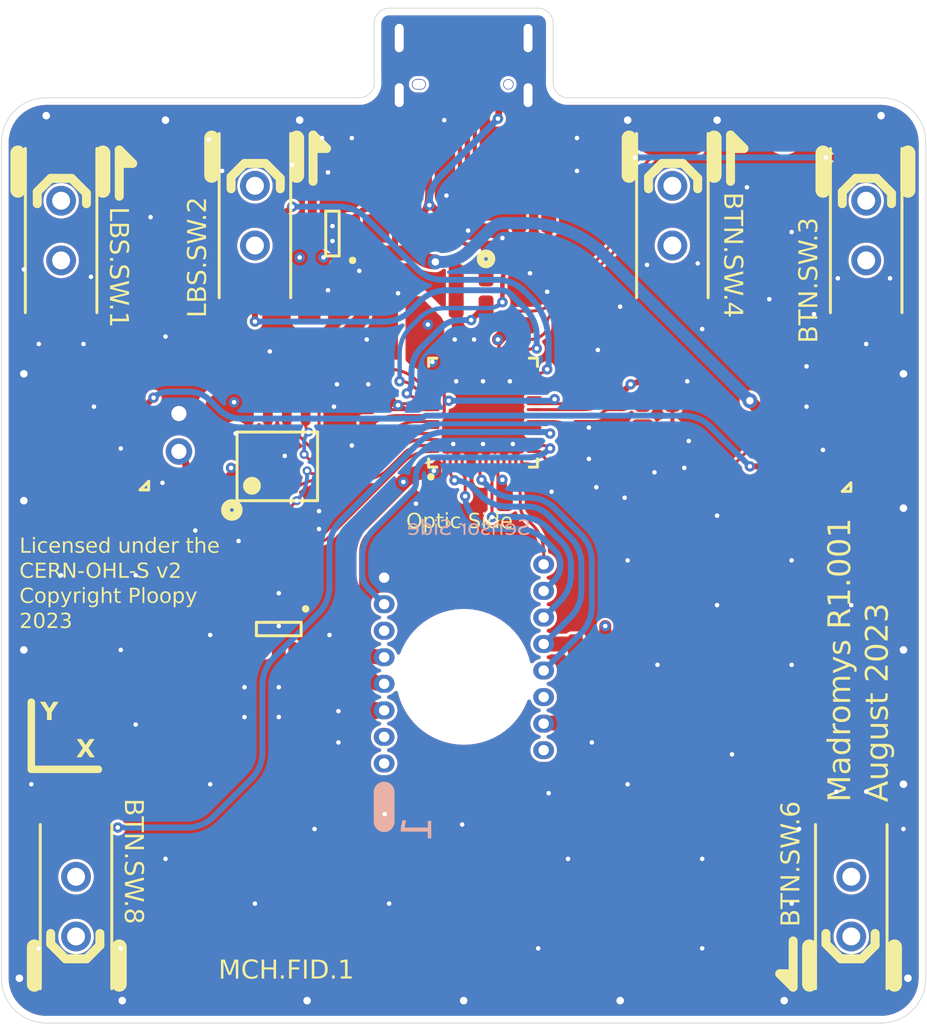
<source format=kicad_pcb>
(kicad_pcb (version 20240108) (generator "pcbnew") (generator_version "8.0")
  (layers (0 "F.Cu" signal "Top Layer") (1 "In1.Cu" signal "Plane 1") (2 "In2.Cu" signal "Plane 2") (31 "B.Cu" signal "Bottom Layer") (34 "B.Paste" user "Bottom Paste") (35 "F.Paste" user "Top Paste") (36 "B.SilkS" user "Bottom Overlay") (37 "F.SilkS" user "Top Overlay") (38 "B.Mask" user "Bottom Solder") (39 "F.Mask" user "Top Mask") (44 "Edge.Cuts" user))
  (net 0 "")
  (net 1 "NetMCU.U.5_47")
  (net 2 "NetMCU.U.5_46")
  (net 3 "NetMCU.U.5_16")
  (net 4 "NetMCU.U.5_12")
  (net 5 "NetMCU.U.5_9")
  (net 6 "NetMCU.U.5_7")
  (net 7 "NetMCU.U.5_4")
  (net 8 "NetMCU.U.5_2")
  (net 9 "NetMCU.U.1_7")
  (net 10 "NetMCU.U.1_6")
  (net 11 "NetMCU.U.1_5")
  (net 12 "NetMCU.U.1_2")
  (net 13 "NetMCU.R.17_2")
  (net 14 "NetMCU.R.11_1")
  (net 15 "NetMCU.R.1_2")
  (net 16 "NetMCU.J.1_2")
  (net 17 "NetMCU.C.19_2")
  (net 18 "NetMCU.C.9_1")
  (net 19 "1V1")
  (net 20 "NetLBS.SW.2_B")
  (net 21 "NetBTN.SW.8_B")
  (net 22 "NetUSB.J.3_9")
  (net 23 "NetUSB.J.3_3")
  (net 24 "NetLED.D.3_2")
  (net 25 "NetLED.D.1_4")
  (net 26 "NetLED.D.1_2")
  (net 27 "NetLBS.SW.1_A")
  (net 28 "NetBTN.SW.6_A")
  (net 29 "NetBTN.SW.4_A")
  (net 30 "NetBTN.SW.3_A")
  (net 31 "LEDData")
  (net 32 "NetUSB.FB.3_1")
  (net 33 "NetUSB.FB.3_2")
  (net 34 "NetUSB.FB.2_2")
  (net 35 "NetUSB.FB.2_1")
  (net 36 "NetUSB.FB.1_1")
  (net 37 "V_USB")
  (net 38 "NetREG.C.15_2")
  (net 39 "NetMOS.R.4_1")
  (net 40 "NetMOS.R.3_1")
  (net 41 "NetMOS.C.10_2")
  (net 42 "NetMCU.U.1_3")
  (net 43 "1V8")
  (net 44 "3V3")
  (net 45 "GND")
  (footprint "Chip_Passives.PcbLib:0805" (layer "F.Cu") (at 169.90109 96.30359 -90)
    (property "Reference" "LED.C.20" (hide yes))
    (property "Value" "0805" (hide yes))
  )
  (footprint "Switches.PcbLib:D2LS-21" (layer "F.Cu") (at 175.50111 85.9036 -90)
    (property "Reference" "BTN.SW.3")
    (property "Value" "D2LS-21" (hide yes))
  )
  (footprint "PCBFeatures.PcbLib:SparkGap" (layer "F.Cu") (at 119.0011 104.0036 90)
    (property "Reference" "MCH.SP.2" (hide yes))
    (property "Value" "Spark Gap" (hide yes))
  )
  (footprint "Chip_Passives.PcbLib:0805 - TALL" (layer "F.Cu") (at 152.3011 103.9036 -90)
    (property "Reference" "MCU.C.4" (hide yes))
    (property "Value" "0805 X5R" (hide yes))
  )
  (footprint "Chip_Passives.PcbLib:0805 - TALL" (layer "F.Cu") (at 144.2011 93.2036 90)
    (property "Reference" "MCU.C.8" (hide yes))
    (property "Value" "0805 X5R" (hide yes))
  )
  (footprint "Chip_Passives.PcbLib:0805" (layer "F.Cu") (at 141.0011 80.7036 90)
    (property "Reference" "USB.R.12" (hide yes))
    (property "Value" "0805" (hide yes))
  )
  (footprint "PowerSupply.PcbLib:AP2202 - SOT95P270X145-5N" (layer "F.Cu") (at 139.7011 86.1036 180)
    (property "Reference" "REG.U.3" (hide yes))
    (property "Value" "AP2202K-3.3" (hide yes))
  )
  (footprint "MCUs.PcbLib:RP2040 - QFN40P700X700X90_HS-57M" (layer "F.Cu") (at 149.8011 98.10361 90)
    (property "Reference" "MCU.U.5" (hide yes))
    (property "Value" "RP2040" (hide yes))
  )
  (footprint "Chip_Passives.PcbLib:0805" (layer "F.Cu") (at 123.1011 96.20359 -90)
    (property "Reference" "LED.C.23" (hide yes))
    (property "Value" "0805" (hide yes))
  )
  (footprint "PCBFeatures.PcbLib:SparkGap" (layer "F.Cu") (at 137.5011 78.5036 90)
    (property "Reference" "MCH.SP.17" (hide yes))
    (property "Value" "Spark Gap" (hide yes))
  )
  (footprint "Switches.PcbLib:D2LS-21" (layer "F.Cu") (at 174.5011 131.2036 90)
    (property "Reference" "BTN.SW.6")
    (property "Value" "D2LS-21" (hide yes))
  )
  (footprint "Chip_Passives.PcbLib:0805" (layer "F.Cu") (at 129.9011 103.80361)
    (property "Reference" "MCU.R.1" (hide yes))
    (property "Value" "0805" (hide yes))
  )
  (footprint "Chip_Passives.PcbLib:0805" (layer "F.Cu") (at 136.1011 117.50359 90)
    (property "Reference" "REG.C.17" (hide yes))
    (property "Value" "0805" (hide yes))
  )
  (footprint "Chip_Passives.PcbLib:0805 - TALL" (layer "F.Cu") (at 144.2011 91.2036 90)
    (property "Reference" "MCU.C.2" (hide yes))
    (property "Value" "0805 X5R" (hide yes))
  )
  (footprint "Chip_Passives.PcbLib:0805" (layer "F.Cu") (at 156.3011 117.9036 180)
    (property "Reference" "MOS.R.4" (hide yes))
    (property "Value" "0805" (hide yes))
  )
  (footprint "PCBFeatures.PcbLib:SparkGap" (layer "F.Cu") (at 178.0011 95.5036 90)
    (property "Reference" "MCH.SP.8" (hide yes))
    (property "Value" "Spark Gap" (hide yes))
  )
  (footprint "Chip_Passives.PcbLib:0805" (layer "F.Cu") (at 156.1011 80.7036 -90)
    (property "Reference" "USB.R.14" (hide yes))
    (property "Value" "0805" (hide yes))
  )
  (footprint "Switches.PcbLib:D2LS-21" (layer "F.Cu") (at 134.5011 84.9036 -90)
    (property "Reference" "LBS.SW.2")
    (property "Value" "D2LS-21" (hide yes))
  )
  (footprint "Graphics.PcbLib:Coordinate System" (layer "F.Cu") (at 119.5011 122.0036)
    (property "Reference" "MCH.LOGO.2" (hide yes))
    (property "Value" "Coordinate system marker for assembly" (hide yes))
  )
  (footprint "Chip_Passives.PcbLib:0805" (layer "F.Cu") (at 141.0011 78.7036 90)
    (property "Reference" "USB.R.13" (hide yes))
    (property "Value" "0805" (hide yes))
  )
  (footprint "PCBFeatures.PcbLib:SparkGap" (layer "F.Cu") (at 170.0011 137.5036 90)
    (property "Reference" "MCH.SP.20" (hide yes))
    (property "Value" "Spark Gap" (hide yes))
  )
  (footprint "Chip_Passives.PcbLib:0603" (layer "F.Cu") (at 159.30111 102.60361 -90)
    (property "Reference" "MCU.C.9" (hide yes))
    (property "Value" "0603" (hide yes))
  )
  (footprint "Diodes.PcbLib:PESD3V3S4UD - SOT95P275X110-6N" (layer "F.Cu") (at 148.5011 85.9036 180)
    (property "Reference" "USB.Z.1" (hide yes))
    (property "Value" "IP4220CZ6,125" (hide yes))
  )
  (footprint "Chip_Passives.PcbLib:0805" (layer "F.Cu") (at 157.0011 113.7036 90)
    (property "Reference" "MOS.R.5" (hide yes))
    (property "Value" "0805" (hide yes))
  )
  (footprint "PCBFeatures.PcbLib:SparkGap" (layer "F.Cu") (at 178.0011 123.0036 90)
    (property "Reference" "MCH.SP.10" (hide yes))
    (property "Value" "Spark Gap" (hide yes))
  )
  (footprint "Chip_Passives.PcbLib:0805" (layer "F.Cu") (at 156.1011 78.7036 -90)
    (property "Reference" "USB.R.15" (hide yes))
    (property "Value" "0805" (hide yes))
  )
  (footprint "Chip_Passives.PcbLib:0805" (layer "F.Cu") (at 136.1011 115.5036 90)
    (property "Reference" "REG.C.18" (hide yes))
    (property "Value" "0805" (hide yes))
  )
  (footprint "PCBFeatures.PcbLib:SparkGap" (layer "F.Cu") (at 165.5011 78.5036 90)
    (property "Reference" "MCH.SP.15" (hide yes))
    (property "Value" "Spark Gap" (hide yes))
  )
  (footprint "Chip_Passives.PcbLib:0805" (layer "F.Cu") (at 149.0011 91.0036 90)
    (property "Reference" "USB.R.7" (hide yes))
    (property "Value" "0805" (hide yes))
  )
  (footprint "PCBFeatures.PcbLib:SparkGap" (layer "F.Cu") (at 178.0011 114.0036 90)
    (property "Reference" "MCH.SP.11" (hide yes))
    (property "Value" "Spark Gap" (hide yes))
  )
  (footprint "Chip_Passives.PcbLib:0805 - TALL" (layer "F.Cu") (at 158.5011 95.90361)
    (property "Reference" "MCU.C.5" (hide yes))
    (property "Value" "0805 X5R" (hide yes))
  )
  (footprint "PCBFeatures.PcbLib:SparkGap" (layer "F.Cu") (at 159.0011 137.5036 90)
    (property "Reference" "MCH.SP.4" (hide yes))
    (property "Value" "Spark Gap" (hide yes))
  )
  (footprint "PCBFeatures.PcbLib:SparkGap" (layer "F.Cu") (at 159.5011 78.5036 90)
    (property "Reference" "MCH.SP.19" (hide yes))
    (property "Value" "Spark Gap" (hide yes))
  )
  (footprint "PCBFeatures.PcbLib:SparkGap" (layer "F.Cu") (at 178.3011 136.0036 90)
    (property "Reference" "MCH.SP.3" (hide yes))
    (property "Value" "Spark Gap" (hide yes))
  )
  (footprint "PowerSupply.PcbLib:AP2202 - SOT95P270X145-5N" (layer "F.Cu") (at 136.1011 112.60359 -90)
    (property "Reference" "REG.U.4" (hide yes))
    (property "Value" "AP2204K-1.8" (hide yes))
  )
  (footprint "Chip_Passives.PcbLib:0805" (layer "F.Cu") (at 136.1011 109.1036 90)
    (property "Reference" "REG.C.16" (hide yes))
    (property "Value" "0805" (hide yes))
  )
  (footprint "Chip_Passives.PcbLib:0805" (layer "F.Cu") (at 140.1011 119.2036 90)
    (property "Reference" "MOS.C.11" (hide yes))
    (property "Value" "0805" (hide yes))
  )
  (footprint "PCBFeatures.PcbLib:SparkGap" (layer "F.Cu") (at 176.5011 78.2036 90)
    (property "Reference" "MCH.SP.18" (hide yes))
    (property "Value" "Spark Gap" (hide yes))
  )
  (footprint "Switches.PcbLib:D2LS-21" (layer "F.Cu") (at 121.5011 85.9036 -90)
    (property "Reference" "LBS.SW.1")
    (property "Value" "D2LS-21" (hide yes))
  )
  (footprint "PCBFeatures.PcbLib:SparkGap" (layer "F.Cu") (at 119.0011 95.5036 90)
    (property "Reference" "MCH.SP.1" (hide yes))
    (property "Value" "Spark Gap" (hide yes))
  )
  (footprint "Mechanical.PcbLib:FIDUCIAL_1.5" (layer "F.Cu") (at 129.0011 136.0036 90)
    (property "Reference" "MCH.FID.1")
    (property "Value" "IPC-7351 Fiducial 1mm" (hide yes))
  )
  (footprint "Chip_Passives.PcbLib:0805 - TALL" (layer "F.Cu") (at 156.5011 95.90361)
    (property "Reference" "MCU.C.22" (hide yes))
    (property "Value" "0805 X5R" (hide yes))
  )
  (footprint "PCBFeatures.PcbLib:SparkGap" (layer "F.Cu") (at 148.5011 137.5036 90)
    (property "Reference" "MCH.SP.12" (hide yes))
    (property "Value" "Spark Gap" (hide yes))
  )
  (footprint "Chip_Passives.PcbLib:0805 - TALL" (layer "F.Cu") (at 141.0011 99.20361 90)
    (property "Reference" "MCU.C.24" (hide yes))
    (property "Value" "0805 X5R" (hide yes))
  )
  (footprint "Chip_Passives.PcbLib:0805" (layer "F.Cu") (at 145.3011 86.4036)
    (property "Reference" "USB.FB.1" (hide yes))
    (property "Value" "ACML-0805-601-T" (hide yes))
  )
  (footprint "Chip_Passives.PcbLib:0805" (layer "F.Cu") (at 139.4011 88.9036 -90)
    (property "Reference" "REG.C.14" (hide yes))
    (property "Value" "0805" (hide yes))
  )
  (footprint "Chip_Passives.PcbLib:0805 - TALL" (layer "F.Cu") (at 146.5011 104.2036 180)
    (property "Reference" "MCU.C.3" (hide yes))
    (property "Value" "0805 X5R" (hide yes))
  )
  (footprint "Chip_Passives.PcbLib:0805 - TALL" (layer "F.Cu") (at 142.1011 95.20361 90)
    (property "Reference" "MCU.C.21" (hide yes))
    (property "Value" "0805 X5R" (hide yes))
  )
  (footprint "Chip_Passives.PcbLib:0805 - TALL" (layer "F.Cu") (at 142.1011 97.20361 90)
    (property "Reference" "MCU.C.7" (hide yes))
    (property "Value" "0805 X5R" (hide yes))
  )
  (footprint "PCBFeatures.PcbLib:SparkGap" (layer "F.Cu") (at 138.0011 137.5036 90)
    (property "Reference" "MCH.SP.13" (hide yes))
    (property "Value" "Spark Gap" (hide yes))
  )
  (footprint "Mechanical.PcbLib:FIDUCIAL_1.5" (layer "F.Cu") (at 170.0011 79.5036 90)
    (property "Reference" "MCH.FID.2" (hide yes))
    (property "Value" "IPC-7351 Fiducial 1mm" (hide yes))
  )
  (footprint "Chip_Passives.PcbLib:0805" (layer "F.Cu") (at 139.4011 83.0036 -90)
    (property "Reference" "REG.C.15" (hide yes))
    (property "Value" "0805" (hide yes))
  )
  (footprint "Chip_Passives.PcbLib:0805" (layer "F.Cu") (at 161.5011 94.80361 -90)
    (property "Reference" "MCU.R.17" (hide yes))
    (property "Value" "0805" (hide yes))
  )
  (footprint "Connectors.PcbLib:2x1" (layer "F.Cu") (at 129.4011 98.16361)
    (property "Reference" "MCU.J.1" (hide yes))
    (property "Value" "HEADER2" (hide yes))
  )
  (footprint "PCBFeatures.PcbLib:SparkGap" (layer "F.Cu") (at 119.0011 114.0036 90)
    (property "Reference" "MCH.SP.6" (hide yes))
    (property "Value" "Spark Gap" (hide yes))
  )
  (footprint "Chip_Passives.PcbLib:0805" (layer "F.Cu") (at 142.7011 86.4036)
    (property "Reference" "REG.C.12" (hide yes))
    (property "Value" "0805" (hide yes))
  )
  (footprint "PCBFeatures.PcbLib:SparkGap" (layer "F.Cu") (at 120.5011 78.2036 90)
    (property "Reference" "MCH.SP.16" (hide yes))
    (property "Value" "Spark Gap" (hide yes))
  )
  (footprint "Chip_Passives.PcbLib:0805" (layer "F.Cu") (at 153.2011 85.3036 90)
    (property "Reference" "USB.FB.2" (hide yes))
    (property "Value" "ACML-0805-601-T" (hide yes))
  )
  (footprint "Connectors.PcbLib:DX07S016JA1R1500" (layer "F.Cu") (at 148.5011 74.20359 180)
    (property "Reference" "USB.J.3" (hide yes))
    (property "Value" "DX07S016JA1R1500" (hide yes))
  )
  (footprint "Chip_Passives.PcbLib:0805" (layer "F.Cu") (at 173.2011 96.30359 -90)
    (property "Reference" "LED.R.16" (hide yes))
    (property "Value" "0805" (hide yes))
  )
  (footprint "PCBFeatures.PcbLib:SparkGap" (layer "F.Cu") (at 178.0011 104.5036 90)
    (property "Reference" "MCH.SP.14" (hide yes))
    (property "Value" "Spark Gap" (hide yes))
  )
  (footprint "Chip_Passives.PcbLib:0603" (layer "F.Cu") (at 162.30111 100.00361)
    (property "Reference" "MCU.C.19" (hide yes))
    (property "Value" "0603" (hide yes))
  )
  (footprint "Chip_Passives.PcbLib:0805 - TALL" (layer "F.Cu") (at 152.5011 91.2036)
    (property "Reference" "MCU.C.6" (hide yes))
    (property "Value" "0805 X5R" (hide yes))
  )
  (footprint "Chip_Passives.PcbLib:0805" (layer "F.Cu") (at 131.9011 103.80361)
    (property "Reference" "MCU.R.2" (hide yes))
    (property "Value" "0805" (hide yes))
  )
  (footprint "LEDs.PcbLib:IN-PI55TATPRPGPB" (layer "F.Cu") (at 171.57134 100.10376)
    (property "Reference" "LED.D.1" (hide yes))
    (property "Value" "IN-PI55TATPRPGPB" (hide yes))
  )
  (footprint "Chip_Passives.PcbLib:0805" (layer "F.Cu") (at 153.1987 87.3036 -90)
    (property "Reference" "USB.R.6" (hide yes))
    (property "Value" "0805" (hide yes))
  )
  (footprint "Chip_Passives.PcbLib:0805" (layer "F.Cu") (at 140.1011 117.1036 90)
    (property "Reference" "MOS.C.10" (hide yes))
    (property "Value" "0805" (hide yes))
  )
  (footprint "Chip_Passives.PcbLib:0805" (layer "F.Cu") (at 149.0011 88.9036 -90)
    (property "Reference" "USB.FB.3" (hide yes))
    (property "Value" "ACML-0805-601-T" (hide yes))
  )
  (footprint "Memory.PcbLib:W25Q128JVS - SOIC127P790X216-8M" (layer "F.Cu") (at 136.00111 101.7036 90)
    (property "Reference" "MCU.U.1" (hide yes))
    (property "Value" "W25Q16JVSSIQ" (hide yes))
  )
  (footprint "LEDs.PcbLib:IN-PI55TATPRPGPB" (layer "F.Cu") (at 124.47135 100.00375)
    (property "Reference" "LED.D.3" (hide yes))
    (property "Value" "IN-PI55TATPRPGPB" (hide yes))
  )
  (footprint "Crystals.PcbLib:RH100-12.000-16-3030" (layer "F.Cu") (at 159.40111 100.00361)
    (property "Reference" "MCU.Y.1" (hide yes))
    (property "Value" "RH100-12.000-16-3030" (hide yes))
  )
  (footprint "Chip_Passives.PcbLib:0805" (layer "F.Cu") (at 123.0011 103.80359 -90)
    (property "Reference" "LED.R.9" (hide yes))
    (property "Value" "0805" (hide yes))
  )
  (footprint "Switches.PcbLib:D2LS-21" (layer "F.Cu") (at 162.5011 84.9036 -90)
    (property "Reference" "BTN.SW.4")
    (property "Value" "D2LS-21" (hide yes))
  )
  (footprint "Switches.PcbLib:D2LS-21" (layer "F.Cu") (at 122.50111 131.2036 90)
    (property "Reference" "BTN.SW.8")
    (property "Value" "D2LS-21" (hide yes))
  )
  (footprint "Chip_Passives.PcbLib:0805" (layer "F.Cu") (at 158.4011 117.9036)
    (property "Reference" "MOS.R.3" (hide yes))
    (property "Value" "0805" (hide yes))
  )
  (footprint "Chip_Passives.PcbLib:0805" (layer "F.Cu") (at 139.4011 90.9036 -90)
    (property "Reference" "REG.C.13" (hide yes))
    (property "Value" "0805" (hide yes))
  )
  (footprint "Chip_Passives.PcbLib:0805 - TALL" (layer "F.Cu") (at 131.9011 99.50361 180)
    (property "Reference" "MCU.C.1" (hide yes))
    (property "Value" "0805 X5R" (hide yes))
  )
  (footprint "PCBFeatures.PcbLib:SparkGap" (layer "F.Cu") (at 128.5011 78.5036 90)
    (property "Reference" "MCH.SP.7" (hide yes))
    (property "Value" "Spark Gap" (hide yes))
  )
  (footprint "PCBFeatures.PcbLib:SparkGap" (layer "F.Cu") (at 125.6011 137.5036 90)
    (property "Reference" "MCH.SP.9" (hide yes))
    (property "Value" "Spark Gap" (hide yes))
  )
  (footprint "Chip_Passives.PcbLib:0805" (layer "F.Cu") (at 161.5011 97.30361 90)
    (property "Reference" "MCU.R.11" (hide yes))
    (property "Value" "0805" (hide yes))
  )
  (footprint "PCBFeatures.PcbLib:SparkGap" (layer "F.Cu") (at 118.7011 136.0036 90)
    (property "Reference" "MCH.SP.5" (hide yes))
    (property "Value" "Spark Gap" (hide yes))
  )
  (footprint "OptoElectronics.PcbLib:PMW3360DM-T2QU" (layer "B.Cu") (at 143.1671 121.6086 -90)
    (property "Reference" "MOS.U.2" (hide yes))
    (property "Value" "PMW3360DM-T2QU" (hide yes))
  )
  (gr_line (start 176.5011 77.0036) (end 155.5011 77.0036) (stroke (width 0.05)) (layer "Edge.Cuts"))
  (gr_line (start 179.5011 136.0036) (end 179.5011 80.003599) (stroke (width 0.05)) (layer "Edge.Cuts"))
  (gr_line (start 120.5011 139.0036) (end 176.5011 139.0036) (stroke (width 0.05)) (layer "Edge.Cuts"))
  (gr_line (start 117.5011 80.0036) (end 117.5011 136.0036) (stroke (width 0.05)) (layer "Edge.Cuts"))
  (gr_arc (start 117.5011 80.003596) (mid 118.379761 77.882248) (end 120.501094 77.00359) (stroke (width 0.05)) (layer "Edge.Cuts"))
  (gr_line (start 141.5011 77.0036) (end 120.501094 77.00359) (stroke (width 0.05)) (layer "Edge.Cuts"))
  (gr_arc (start 142.5011 76.0036) (mid 142.208224 76.710739) (end 141.5011 77.0036) (stroke (width 0.05)) (layer "Edge.Cuts"))
  (gr_line (start 153.5011 71.0036) (end 143.501099 71.0036) (stroke (width 0.05)) (layer "Edge.Cuts"))
  (gr_arc (start 176.5011 77.0036) (mid 178.62242 77.882279) (end 179.5011 80.003599) (stroke (width 0.05)) (layer "Edge.Cuts"))
  (gr_arc (start 153.5011 71.0036) (mid 154.208189 71.296496) (end 154.5011 72.0036) (stroke (width 0.05)) (layer "Edge.Cuts"))
  (gr_arc (start 120.5011 139.0036) (mid 118.379762 138.124923) (end 117.5011 136.0036) (stroke (width 0.05)) (layer "Edge.Cuts"))
  (gr_line (start 154.5011 76.0036) (end 154.5011 72.0036) (stroke (width 0.05)) (layer "Edge.Cuts"))
  (gr_arc (start 155.5011 77.0036) (mid 154.794011 76.710704) (end 154.5011 76.0036) (stroke (width 0.05)) (layer "Edge.Cuts"))
  (gr_line (start 142.5011 72.003601) (end 142.5011 76.0036) (stroke (width 0.05)) (layer "Edge.Cuts"))
  (gr_arc (start 179.5011 136.0036) (mid 178.622403 138.124888) (end 176.5011 139.0036) (stroke (width 0.05)) (layer "Edge.Cuts"))
  (gr_arc (start 142.5011 72.003601) (mid 142.79401 71.296526) (end 143.501099 71.0036) (stroke (width 0.05)) (layer "Edge.Cuts"))
  (gr_text "Madromys R1.001\nAugust 2023" (at 177.2011 124.2036 90) (layer "F.SilkS") (effects (font (size 1.5 1.5) (thickness 0.254)) (justify left bottom)))
  (gr_text "Licensed under the\nCERN-OHL-S v2\nCopyright Ploopy \n2023" (at 118.7011 112.7036 0) (layer "F.SilkS") (effects (font (size 1 1) (thickness 0.254)) (justify left bottom)))
  (segment (start 149.0011 91.9036) (end 149.8287 91.076) (width 0.4) (layer "F.Cu") (net 1))
  (segment (start 145.42538 97.10361) (end 146.3761 97.10361) (width 0.2) (layer "F.Cu") (net 1))
  (segment (start 144.69028 96.81674) (end 144.7011 96.8036) (width 0.2) (layer "F.Cu") (net 1))
  (segment (start 144.7011 96.8036) (end 144.7011 96.8036) (width 0.2) (layer "F.Cu") (net 1))
  (via (at 144.69028 96.81674) (size 0.7) (drill 0.3) (layers "F.Cu" "B.Cu") (net 1))
  (via (at 149.0011 91.9036) (size 0.7) (drill 0.3) (layers "F.Cu" "B.Cu") (net 1))
  (arc (start 145.42538 97.10361) (mid 145.033397 97.02564) (end 144.701091 96.803599) (width 0.2) (layer "F.Cu") (net 1))
  (arc (start 149.828696 91.076006) (mid 149.908897 91.022418) (end 150.0035 91.0036) (width 0.4) (layer "F.Cu") (net 1))
  (segment (start 148.2082 91.9036) (end 149.0011 91.9036) (width 0.4) (layer "B.Cu") (net 1))
  (segment (start 145.70821 93.69649) (end 147.0011 92.4036) (width 0.4) (layer "B.Cu") (net 1))
  (segment (start 145.0011 96.06635) (end 145.0011 95.4036) (width 0.4) (layer "B.Cu") (net 1))
  (arc (start 145.0011 95.4036) (mid 145.184872 94.479718) (end 145.708209 93.696489) (width 0.4) (layer "B.Cu") (net 1))
  (arc (start 145.00111 96.06635) (mid 144.920329 96.472461) (end 144.690286 96.816746) (width 0.4) (layer "B.Cu") (net 1))
  (arc (start 147.001098 92.403598) (mid 147.554921 92.033545) (end 148.2082 91.9036) (width 0.4) (layer "B.Cu") (net 1))
  (segment (start 145.92539 96.70361) (end 146.3761 96.70361) (width 0.2) (layer "F.Cu") (net 2))
  (segment (start 144.2011 96.0036) (end 144.23542 96.0036) (width 0.2) (layer "F.Cu") (net 2))
  (segment (start 144.2011 96.0036) (end 144.20574 96.00525) (width 0.2) (layer "F.Cu") (net 2))
  (segment (start 151.84505 87.65485) (end 152.1963 87.3036) (width 0.3) (layer "F.Cu") (net 2))
  (segment (start 151.1011 90.7036) (end 151.1011 89.4509) (width 0.3) (layer "F.Cu") (net 2))
  (via (at 144.20574 96.00525) (size 0.7) (drill 0.3) (layers "F.Cu" "B.Cu") (net 2))
  (via (at 151.1011 90.7036) (size 0.7) (drill 0.3) (layers "F.Cu" "B.Cu") (net 2))
  (arc (start 144.23542 96.0036) (mid 144.758043 96.107556) (end 145.201102 96.403598) (width 0.2) (layer "F.Cu") (net 2))
  (arc (start 145.92539 96.70361) (mid 145.533404 96.625639) (end 145.201093 96.403597) (width 0.2) (layer "F.Cu") (net 2))
  (arc (start 152.1963 87.30359) (mid 152.085536 87.3776) (end 151.95488 87.403589) (width 0.3) (layer "F.Cu") (net 2))
  (arc (start 151.1011 89.4509) (mid 151.294446 88.478884) (end 151.845049 87.654849) (width 0.3) (layer "F.Cu") (net 2))
  (segment (start 144.94969 92.35501) (end 145.5011 91.8036) (width 0.3) (layer "B.Cu") (net 2))
  (segment (start 147.19105 91.1036) (end 150.13542 91.1036) (width 0.3) (layer "B.Cu") (net 2))
  (segment (start 144.20574 96.00525) (end 144.20574 94.15106) (width 0.3) (layer "B.Cu") (net 2))
  (arc (start 144.20574 94.15106) (mid 144.399086 93.179044) (end 144.949689 92.355009) (width 0.3) (layer "B.Cu") (net 2))
  (arc (start 145.501093 91.803593) (mid 146.276452 91.285515) (end 147.19105 91.10359) (width 0.3) (layer "B.Cu") (net 2))
  (arc (start 151.101102 90.703592) (mid 150.658043 90.999634) (end 150.13542 91.103591) (width 0.3) (layer "B.Cu") (net 2))
  (segment (start 153.2261 100.30361) (end 153.81828 100.30361) (width 0.2) (layer "F.Cu") (net 3))
  (via (at 154.3011 100.5036) (size 0.7) (drill 0.3) (layers "F.Cu" "B.Cu") (net 3))
  (arc (start 153.81828 100.30361) (mid 154.07958 100.355586) (end 154.3011 100.5036) (width 0.2) (layer "F.Cu") (net 3))
  (segment (start 145.3011 102.8036) (end 145.3011 102.36928) (width 0.4) (layer "B.Cu") (net 3))
  (segment (start 146.42536 101.1036) (end 152.85257 101.1036) (width 0.4) (layer "B.Cu") (net 3))
  (segment (start 142.44505 105.95965) (end 145.08897 103.31573) (width 0.4) (layer "B.Cu") (net 3))
  (segment (start 142.10486 109.87836) (end 143.1671 110.9406) (width 0.4) (layer "B.Cu") (net 3))
  (segment (start 141.7011 108.9036) (end 141.7011 107.7557) (width 0.4) (layer "B.Cu") (net 3))
  (arc (start 145.3011 102.36928) (mid 145.405056 101.846657) (end 145.701098 101.403598) (width 0.4) (layer "B.Cu") (net 3))
  (arc (start 154.301099 100.503599) (mid 153.636508 100.947664) (end 152.85257 101.103599) (width 0.4) (layer "B.Cu") (net 3))
  (arc (start 142.104859 109.878361) (mid 141.806033 109.431137) (end 141.7011 108.9036) (width 0.4) (layer "B.Cu") (net 3))
  (arc (start 145.701099 101.403599) (mid 146.033393 101.181567) (end 146.42536 101.1036) (width 0.4) (layer "B.Cu") (net 3))
  (arc (start 145.3011 102.8036) (mid 145.245968 103.080766) (end 145.088966 103.315736) (width 0.4) (layer "B.Cu") (net 3))
  (arc (start 141.7011 107.7557) (mid 141.894446 106.783684) (end 142.445049 105.959649) (width 0.4) (layer "B.Cu") (net 3))
  (segment (start 152.6011 105.1036) (end 153.12315 105.62565) (width 0.2) (layer "F.Cu") (net 4))
  (segment (start 151.6011 102.06218) (end 151.6011 101.52861) (width 0.2) (layer "F.Cu") (net 4))
  (segment (start 152.3011 104.37933) (end 152.3011 103.75212) (width 0.2) (layer "F.Cu") (net 4))
  (segment (start 153.8671 108.2736) (end 153.8671 107.4217) (width 0.2) (layer "F.Cu") (net 4))
  (arc (start 152.601102 105.103598) (mid 152.379068 104.771301) (end 152.3011 104.37933) (width 0.2) (layer "F.Cu") (net 4))
  (arc (start 151.701099 102.303591) (mid 152.145164 102.968182) (end 152.301099 103.75212) (width 0.2) (layer "F.Cu") (net 4))
  (arc (start 151.701097 102.303593) (mid 151.627089 102.192832) (end 151.6011 102.06218) (width 0.2) (layer "F.Cu") (net 4))
  (arc (start 153.123151 105.625649) (mid 153.673754 106.449684) (end 153.8671 107.4217) (width 0.2) (layer "F.Cu") (net 4))
  (segment (start 150.4011 103.32607) (end 150.4011 103.32606) (width 0.2) (layer "F.Cu") (net 5))
  (segment (start 150.39155 105.01319) (end 150.4011 105.1036) (width 0.2) (layer "F.Cu") (net 5))
  (segment (start 150.4011 105.0036) (end 150.4011 105.00359) (width 0.2) (layer "F.Cu") (net 5))
  (segment (start 150.4011 103.32606) (end 150.4011 101.52861) (width 0.2) (layer "F.Cu") (net 5))
  (segment (start 150.4011 105.00359) (end 150.4011 104.48114) (width 0.2) (layer "F.Cu") (net 5))
  (segment (start 150.39155 105.01319) (end 150.4011 105.0036) (width 0.2) (layer "F.Cu") (net 5))
  (segment (start 150.3987 104.4286) (end 150.3987 103.3786) (width 0.2) (layer "F.Cu") (net 5))
  (via (at 150.4011 105.1036) (size 0.7) (drill 0.3) (layers "F.Cu" "B.Cu") (net 5))
  (arc (start 150.401105 104.48114) (mid 150.399301 104.454898) (end 150.3987 104.4286) (width 0.2) (layer "F.Cu") (net 5))
  (arc (start 150.3987 103.3786) (mid 150.399302 103.352304) (end 150.401105 103.326063) (width 0.2) (layer "F.Cu") (net 5))
  (segment (start 153.8671 111.8296) (end 154.95715 110.73954) (width 0.4) (layer "B.Cu") (net 5))
  (segment (start 154.14505 105.84754) (end 155.0647 106.7672) (width 0.4) (layer "B.Cu") (net 5))
  (segment (start 155.7011 108.94349) (end 155.7011 108.3036) (width 0.4) (layer "B.Cu") (net 5))
  (segment (start 150.4011 105.1036) (end 152.349 105.1036) (width 0.4) (layer "B.Cu") (net 5))
  (arc (start 152.349 105.1036) (mid 153.321016 105.296946) (end 154.145051 105.847549) (width 0.4) (layer "B.Cu") (net 5))
  (arc (start 155.7011 108.94349) (mid 155.507754 109.915506) (end 154.957151 110.739541) (width 0.4) (layer "B.Cu") (net 5))
  (arc (start 155.064702 106.767198) (mid 155.535706 107.472105) (end 155.701101 108.3036) (width 0.4) (layer "B.Cu") (net 5))
  (segment (start 149.6011 102.36218) (end 149.6011 101.52861) (width 0.2) (layer "F.Cu") (net 6))
  (via (at 149.7011 102.6036) (size 0.7) (drill 0.3) (layers "F.Cu" "B.Cu") (net 6))
  (arc (start 149.701097 102.603593) (mid 149.627089 102.492832) (end 149.6011 102.36218) (width 0.2) (layer "F.Cu") (net 6))
  (segment (start 151.9532 103.8036) (end 152.9011 103.8036) (width 0.4) (layer "B.Cu") (net 6))
  (segment (start 153.8671 115.3856) (end 156.35715 112.89554) (width 0.4) (layer "B.Cu") (net 6))
  (segment (start 149.7011 102.6036) (end 150.15715 103.05965) (width 0.4) (layer "B.Cu") (net 6))
  (segment (start 157.1011 111.09949) (end 157.1011 108.0557) (width 0.4) (layer "B.Cu") (net 6))
  (segment (start 154.6082 104.5107) (end 156.35715 106.25965) (width 0.4) (layer "B.Cu") (net 6))
  (arc (start 152.9011 103.8036) (mid 153.824978 103.987371) (end 154.608204 104.510706) (width 0.4) (layer "B.Cu") (net 6))
  (arc (start 157.1011 111.09949) (mid 156.907754 112.071506) (end 156.357151 112.895541) (width 0.4) (layer "B.Cu") (net 6))
  (arc (start 156.357151 106.259649) (mid 156.907754 107.083684) (end 157.1011 108.0557) (width 0.4) (layer "B.Cu") (net 6))
  (arc (start 151.9532 103.8036) (mid 150.981184 103.610254) (end 150.157149 103.059651) (width 0.4) (layer "B.Cu") (net 6))
  (segment (start 148.6011 103.7036) (end 148.6011 102.54502) (width 0.2) (layer "F.Cu") (net 7))
  (segment (start 148.4011 102.06218) (end 148.4011 101.52861) (width 0.2) (layer "F.Cu") (net 7))
  (via (at 148.6011 103.7036) (size 0.7) (drill 0.3) (layers "F.Cu" "B.Cu") (net 7))
  (arc (start 148.5011 102.3036) (mid 148.57511 102.414364) (end 148.601099 102.54502) (width 0.2) (layer "F.Cu") (net 7))
  (arc (start 148.501097 102.303593) (mid 148.427089 102.192832) (end 148.4011 102.06218) (width 0.2) (layer "F.Cu") (net 7))
  (segment (start 149.16678 105.06928) (end 149.78897 105.69146) (width 0.4) (layer "B.Cu") (net 7))
  (segment (start 153.8671 110.0516) (end 154.56694 109.35176) (width 0.4) (layer "B.Cu") (net 7))
  (segment (start 153.94505 106.64755) (end 154.57684 107.27934) (width 0.4) (layer "B.Cu") (net 7))
  (segment (start 150.3011 105.9036) (end 152.149 105.9036) (width 0.4) (layer "B.Cu") (net 7))
  (arc (start 154.576835 107.279335) (mid 154.890837 107.749272) (end 155.001099 108.3036) (width 0.4) (layer "B.Cu") (net 7))
  (arc (start 150.3011 105.9036) (mid 150.023934 105.848468) (end 149.788964 105.691466) (width 0.4) (layer "B.Cu") (net 7))
  (arc (start 152.149 105.9036) (mid 153.121016 106.096946) (end 153.945051 106.647549) (width 0.4) (layer "B.Cu") (net 7))
  (arc (start 149.166785 105.069285) (mid 148.748117 104.442703) (end 148.6011 103.7036) (width 0.4) (layer "B.Cu") (net 7))
  (arc (start 155.0011 108.3036) (mid 154.888265 108.870859) (end 154.566939 109.351759) (width 0.4) (layer "B.Cu") (net 7))
  (segment (start 153.8671 113.6076) (end 155.76694 113.6076) (width 1) (layer "F.Cu") (net 8))
  (segment (start 147.6011 101.95097) (end 147.6011 101.52861) (width 0.2) (layer "F.Cu") (net 8))
  (via (at 147.88756 102.64253) (size 0.7) (drill 0.3) (layers "F.Cu" "B.Cu") (net 8))
  (arc (start 155.76694 113.6076) (mid 155.892368 113.632549) (end 155.998701 113.703599) (width 1) (layer "F.Cu") (net 8))
  (arc (start 147.887555 102.642535) (mid 147.675547 102.325242) (end 147.601099 101.95097) (width 0.2) (layer "F.Cu") (net 8))
  (segment (start 154.16679 104.96928) (end 155.65715 106.45965) (width 0.4) (layer "B.Cu") (net 8))
  (segment (start 153.8671 113.6076) (end 155.65715 111.81754) (width 0.4) (layer "B.Cu") (net 8))
  (segment (start 156.4011 110.02149) (end 156.4011 108.2557) (width 0.4) (layer "B.Cu") (net 8))
  (segment (start 149.17212 103.17461) (end 149.65715 103.65965) (width 0.4) (layer "B.Cu") (net 8))
  (segment (start 151.4532 104.4036) (end 152.8011 104.4036) (width 0.4) (layer "B.Cu") (net 8))
  (arc (start 151.4532 104.4036) (mid 150.481184 104.210254) (end 149.657149 103.659651) (width 0.4) (layer "B.Cu") (net 8))
  (arc (start 155.657151 106.459649) (mid 156.207754 107.283684) (end 156.4011 108.2557) (width 0.4) (layer "B.Cu") (net 8))
  (arc (start 156.4011 110.02149) (mid 156.207754 110.993506) (end 155.657151 111.817541) (width 0.4) (layer "B.Cu") (net 8))
  (arc (start 152.8011 104.4036) (mid 153.540203 104.550617) (end 154.166785 104.969285) (width 0.4) (layer "B.Cu") (net 8))
  (arc (start 147.88756 102.64253) (mid 148.582758 102.780813) (end 149.172118 103.174612) (width 0.4) (layer "B.Cu") (net 8))
  (segment (start 136.86678 96.7036) (end 137.77684 96.7036) (width 0.2) (layer "F.Cu") (net 9))
  (segment (start 140.64963 101.0036) (end 141.01115 101.0036) (width 0.2) (layer "F.Cu") (net 9))
  (segment (start 142.7011 100.3036) (end 143.55714 99.44756) (width 0.2) (layer "F.Cu") (net 9))
  (segment (start 145.3532 98.70361) (end 146.3761 98.70361) (width 0.2) (layer "F.Cu") (net 9))
  (segment (start 135.65956 97.34513) (end 135.9011 97.1036) (width 0.2) (layer "F.Cu") (net 9))
  (segment (start 138.8011 99.43792) (end 138.8011 97.72786) (width 0.2) (layer "F.Cu") (net 9))
  (arc (start 140.64963 101.0036) (mid 139.865692 100.847665) (end 139.201101 100.403599) (width 0.2) (layer "F.Cu") (net 9))
  (arc (start 143.557149 99.447559) (mid 144.381184 98.896956) (end 145.3532 98.70361) (width 0.2) (layer "F.Cu") (net 9))
  (arc (start 137.77684 96.7036) (mid 138.168807 96.781567) (end 138.501101 97.003599) (width 0.2) (layer "F.Cu") (net 9))
  (arc (start 139.201098 100.403602) (mid 138.905056 99.960543) (end 138.801099 99.43792) (width 0.2) (layer "F.Cu") (net 9))
  (arc (start 135.36611 98.0536) (mid 135.442377 97.670178) (end 135.659569 97.345129) (width 0.2) (layer "F.Cu") (net 9))
  (arc (start 135.901098 97.103598) (mid 136.344157 96.807556) (end 136.86678 96.703599) (width 0.2) (layer "F.Cu") (net 9))
  (arc (start 138.501101 97.003599) (mid 138.723133 97.335893) (end 138.8011 97.72786) (width 0.2) (layer "F.Cu") (net 9))
  (arc (start 142.701093 100.303593) (mid 141.925741 100.821667) (end 141.01115 101.00359) (width 0.2) (layer "F.Cu") (net 9))
  (segment (start 142.94505 100.65965) (end 143.75714 99.84756) (width 0.2) (layer "F.Cu") (net 10))
  (segment (start 137.19118 99.39368) (end 138.45715 100.65965) (width 0.2) (layer "F.Cu") (net 10))
  (segment (start 140.2532 101.4036) (end 141.149 101.4036) (width 0.2) (layer "F.Cu") (net 10))
  (segment (start 145.55319 99.10361) (end 146.3761 99.10361) (width 0.2) (layer "F.Cu") (net 10))
  (arc (start 140.2532 101.4036) (mid 139.281184 101.210254) (end 138.457149 100.659651) (width 0.2) (layer "F.Cu") (net 10))
  (arc (start 143.757139 99.847559) (mid 144.581174 99.296956) (end 145.55319 99.10361) (width 0.2) (layer "F.Cu") (net 10))
  (arc (start 142.945051 100.659651) (mid 142.121016 101.210254) (end 141.149 101.4036) (width 0.2) (layer "F.Cu") (net 10))
  (arc (start 137.19118 99.39368) (mid 136.780361 98.778846) (end 136.636101 98.0536) (width 0.2) (layer "F.Cu") (net 10))
  (segment (start 143.14505 101.05965) (end 143.95714 100.24756) (width 0.2) (layer "F.Cu") (net 11))
  (segment (start 137.90611 98.93284) (end 137.90611 98.0536) (width 0.2) (layer "F.Cu") (net 11))
  (segment (start 145.75319 99.50361) (end 146.3761 99.50361) (width 0.2) (layer "F.Cu") (net 11))
  (segment (start 139.7532 101.8036) (end 141.34899 101.8036) (width 0.2) (layer "F.Cu") (net 11))
  (segment (start 137.8011 100.9036) (end 137.95715 101.05965) (width 0.2) (layer "F.Cu") (net 11))
  (via (at 137.8011 100.9036) (size 0.6) (drill 0.3) (layers "F.Cu" "B.Cu") (net 11))
  (via (at 138.1011 99.4036) (size 0.6) (drill 0.3) (layers "F.Cu" "B.Cu") (net 11))
  (arc (start 138.101104 99.403596) (mid 137.956788 99.187611) (end 137.90611 98.93284) (width 0.2) (layer "F.Cu") (net 11))
  (arc (start 143.957139 100.247559) (mid 144.781174 99.696956) (end 145.75319 99.50361) (width 0.2) (layer "F.Cu") (net 11))
  (arc (start 143.145041 101.059651) (mid 142.321006 101.610254) (end 141.34899 101.8036) (width 0.2) (layer "F.Cu") (net 11))
  (arc (start 139.7532 101.8036) (mid 138.781184 101.610254) (end 137.957149 101.059651) (width 0.2) (layer "F.Cu") (net 11))
  (segment (start 137.8011 100.9036) (end 137.8011 100.12786) (width 0.26) (layer "B.Cu") (net 11))
  (arc (start 137.8011 100.12786) (mid 137.879067 99.735893) (end 138.101099 99.403599) (width 0.26) (layer "B.Cu") (net 11))
  (segment (start 145.8496 100.30361) (end 146.3761 100.30361) (width 0.2) (layer "F.Cu") (net 12))
  (segment (start 144.52064 100.81542) (end 144.52064 100.81542) (width 0.2) (layer "F.Cu") (net 12))
  (segment (start 143.47641 101.85965) (end 144.52064 100.81542) (width 0.2) (layer "F.Cu") (net 12))
  (segment (start 135.58885 104.81585) (end 137.05715 103.34754) (width 0.2) (layer "F.Cu") (net 12))
  (segment (start 138.85321 102.6036) (end 141.68036 102.6036) (width 0.2) (layer "F.Cu") (net 12))
  (arc (start 144.557782 100.779251) (mid 144.557158 100.779843) (end 144.556532 100.780434) (width 0.2) (layer "F.Cu") (net 12))
  (arc (start 144.521268 100.814795) (mid 144.520954 100.815107) (end 144.520639 100.815419) (width 0.2) (layer "F.Cu") (net 12))
  (arc (start 144.685852 100.669423) (mid 144.705173 100.654632) (end 144.724699 100.640112) (width 0.2) (layer "F.Cu") (net 12))
  (arc (start 144.7247 100.64011) (mid 145.262524 100.389537) (end 145.8496 100.30361) (width 0.2) (layer "F.Cu") (net 12))
  (arc (start 144.522377 100.813691) (mid 144.539342 100.796945) (end 144.556535 100.780432) (width 0.2) (layer "F.Cu") (net 12))
  (arc (start 143.476411 101.859651) (mid 142.652376 102.410254) (end 141.68036 102.6036) (width 0.2) (layer "F.Cu") (net 12))
  (arc (start 144.599825 100.740786) (mid 144.641967 100.704661) (end 144.685241 100.669898) (width 0.2) (layer "F.Cu") (net 12))
  (arc (start 144.522376 100.813689) (mid 144.522195 100.81387) (end 144.522014 100.814051) (width 0.2) (layer "F.Cu") (net 12))
  (arc (start 135.36611 105.3536) (mid 135.424 105.062569) (end 135.588855 104.815845) (width 0.2) (layer "F.Cu") (net 12))
  (arc (start 144.557785 100.779249) (mid 144.578547 100.759938) (end 144.59962 100.740967) (width 0.2) (layer "F.Cu") (net 12))
  (arc (start 137.057159 103.347549) (mid 137.881194 102.796946) (end 138.85321 102.6036) (width 0.2) (layer "F.Cu") (net 12))
  (arc (start 144.521271 100.8148) (mid 144.521643 100.814427) (end 144.522016 100.814054) (width 0.2) (layer "F.Cu") (net 12))
  (arc (start 144.68585 100.669423) (mid 144.685544 100.669661) (end 144.685238 100.669898) (width 0.2) (layer "F.Cu") (net 12))
  (arc (start 144.599825 100.74078) (mid 144.599723 100.740871) (end 144.59962 100.740961) (width 0.2) (layer "F.Cu") (net 12))
  (segment (start 160.24266 95.05965) (end 160.4987 94.80361) (width 0.2) (layer "F.Cu") (net 13))
  (segment (start 153.2261 96.30361) (end 154.91823 96.30361) (width 0.2) (layer "F.Cu") (net 13))
  (segment (start 156.12536 95.8036) (end 158.44661 95.8036) (width 0.2) (layer "F.Cu") (net 13))
  (arc (start 155.401099 96.103599) (mid 155.733393 95.881567) (end 156.12536 95.8036) (width 0.2) (layer "F.Cu") (net 13))
  (arc (start 155.401099 96.103599) (mid 155.179557 96.251629) (end 154.91823 96.30361) (width 0.2) (layer "F.Cu") (net 13))
  (arc (start 160.242661 95.059651) (mid 159.418626 95.610254) (end 158.44661 95.8036) (width 0.2) (layer "F.Cu") (net 13))
  (segment (start 159.60916 97.69315) (end 160.4987 96.80361) (width 0.2) (layer "F.Cu") (net 14))
  (segment (start 158.28394 97.9036) (end 159.1011 97.9036) (width 0.2) (layer "F.Cu") (net 14))
  (segment (start 153.2261 98.30361) (end 157.31823 98.30361) (width 0.2) (layer "F.Cu") (net 14))
  (arc (start 159.609156 97.693156) (mid 159.376058 97.848907) (end 159.1011 97.9036) (width 0.2) (layer "F.Cu") (net 14))
  (arc (start 157.801099 98.103599) (mid 157.579557 98.251629) (end 157.31823 98.30361) (width 0.2) (layer "F.Cu") (net 14))
  (arc (start 157.801099 98.103599) (mid 158.022628 97.955578) (end 158.28394 97.9036) (width 0.2) (layer "F.Cu") (net 14))
  (segment (start 146.19102 100.70361) (end 146.3761 100.70361) (width 0.2) (layer "F.Cu") (net 15))
  (segment (start 139.45465 106.45005) (end 144.5011 101.4036) (width 0.2) (layer "F.Cu") (net 15))
  (segment (start 134.48148 106.28398) (end 134.6011 106.4036) (width 0.2) (layer "F.Cu") (net 15))
  (segment (start 131.9011 104.80601) (end 132.77409 104.80601) (width 0.65) (layer "F.Cu") (net 15))
  (segment (start 135.56679 106.8036) (end 138.6011 106.8036) (width 0.2) (layer "F.Cu") (net 15))
  (segment (start 129.9011 104.80601) (end 131.9011 104.80601) (width 1) (layer "F.Cu") (net 15))
  (arc (start 135.56679 106.8036) (mid 135.044163 106.699643) (end 134.601101 106.403599) (width 0.2) (layer "F.Cu") (net 15))
  (arc (start 134.481474 106.283976) (mid 134.196255 105.857116) (end 134.0961 105.3536) (width 0.2) (layer "F.Cu") (net 15))
  (arc (start 132.77409 104.806) (mid 133.489561 104.948316) (end 134.096109 105.353597) (width 0.65) (layer "F.Cu") (net 15))
  (arc (start 139.454649 106.450049) (mid 139.063037 106.711716) (end 138.6011 106.803601) (width 0.2) (layer "F.Cu") (net 15))
  (arc (start 144.501098 101.403598) (mid 145.276441 100.885531) (end 146.19102 100.703609) (width 0.2) (layer "F.Cu") (net 15))
  (segment (start 129.9011 102.80121) (end 129.9011 101.91072) (width 0.5) (layer "F.Cu") (net 16))
  (arc (start 129.401099 100.703611) (mid 129.771154 101.257437) (end 129.9011 101.91072) (width 0.5) (layer "F.Cu") (net 16))
  (segment (start 162.5035 98.71498) (end 162.5035 97.30361) (width 0.27) (layer "F.Cu") (net 17))
  (segment (start 160.74253 99.20361) (end 162.30111 99.20361) (width 0.27) (layer "F.Cu") (net 17))
  (arc (start 160.74253 99.20361) (mid 160.611878 99.177622) (end 160.501117 99.103613) (width 0.27) (layer "F.Cu") (net 17))
  (arc (start 162.5035 98.71498) (mid 162.450899 98.979422) (end 162.301105 99.203605) (width 0.27) (layer "F.Cu") (net 17))
  (segment (start 156.24506 99.44756) (end 157.27686 100.47936) (width 0.2) (layer "F.Cu") (net 18))
  (segment (start 158.3011 102.12076) (end 158.3011 100.90361) (width 0.2) (layer "F.Cu") (net 18))
  (segment (start 153.2261 98.70361) (end 154.44901 98.70361) (width 0.2) (layer "F.Cu") (net 18))
  (arc (start 158.501112 102.603608) (mid 158.353089 102.382075) (end 158.30111 102.12076) (width 0.2) (layer "F.Cu") (net 18))
  (arc (start 154.44901 98.70361) (mid 155.421026 98.896956) (end 156.245061 99.447559) (width 0.2) (layer "F.Cu") (net 18))
  (arc (start 158.3011 100.90361) (mid 157.746783 100.79335) (end 157.276856 100.479354) (width 0.2) (layer "F.Cu") (net 18))
  (segment (start 144.00561 98.30361) (end 146.3761 98.30361) (width 0.2) (layer "F.Cu") (net 19))
  (segment (start 143.1535 95.20361) (end 143.54901 95.20361) (width 0.2) (layer "F.Cu") (net 19))
  (segment (start 147.2011 97.96218) (end 147.2011 96.64502) (width 0.2) (layer "F.Cu") (net 19))
  (segment (start 145.9761 96.30361) (end 146.3761 96.30361) (width 0.2) (layer "F.Cu") (net 19))
  (segment (start 153.2261 97.50361) (end 155.17908 97.50361) (width 0.2) (layer "F.Cu") (net 19))
  (segment (start 142.0535 99.20361) (end 142.20956 99.04756) (width 0.2) (layer "F.Cu") (net 19))
  (segment (start 146.3761 96.30361) (end 146.8597 96.30361) (width 0.2) (layer "F.Cu") (net 19))
  (segment (start 145.34506 95.94756) (end 145.5011 96.1036) (width 0.2) (layer "F.Cu") (net 19))
  (segment (start 146.3761 98.30361) (end 146.85965 98.30361) (width 0.2) (layer "F.Cu") (net 19))
  (segment (start 143.1535 95.20361) (end 143.15351 95.2036) (width 0.2) (layer "F.Cu") (net 19))
  (via (at 154.6011 97.2036) (size 0.7) (drill 0.3) (layers "F.Cu" "B.Cu") (net 19))
  (via (at 147.5011 97.3036) (size 0.7) (drill 0.3) (layers "F.Cu" "B.Cu") (net 19))
  (arc (start 156.501101 96.956011) (mid 155.894553 97.361294) (end 155.17908 97.50361) (width 0.2) (layer "F.Cu") (net 19))
  (arc (start 147.2011 97.96218) (mid 147.175111 98.092836) (end 147.1011 98.2036) (width 0.2) (layer "F.Cu") (net 19))
  (arc (start 147.1011 96.4036) (mid 147.17511 96.514364) (end 147.201099 96.64502) (width 0.2) (layer "F.Cu") (net 19))
  (arc (start 145.950467 96.302788) (mid 145.70724 96.245027) (end 145.5011 96.103599) (width 0.2) (layer "F.Cu") (net 19))
  (arc (start 146.8597 96.3036) (mid 146.990344 96.329587) (end 147.101099 96.403591) (width 0.2) (layer "F.Cu") (net 19))
  (arc (start 147.101099 98.203599) (mid 146.990321 98.277618) (end 146.85965 98.30361) (width 0.2) (layer "F.Cu") (net 19))
  (arc (start 145.9761 96.30361) (mid 145.963281 96.303405) (end 145.950475 96.302788) (width 0.2) (layer "F.Cu") (net 19))
  (arc (start 143.54901 95.20361) (mid 144.521026 95.396956) (end 145.345061 95.947559) (width 0.2) (layer "F.Cu") (net 19))
  (arc (start 142.209559 99.047559) (mid 143.033594 98.496956) (end 144.00561 98.30361) (width 0.2) (layer "F.Cu") (net 19))
  (arc (start 145.9761 96.30361) (mid 145.963281 96.303405) (end 145.950475 96.302788) (width 0.2) (layer "F.Cu") (net 19))
  (segment (start 147.5011 97.3036) (end 154.35968 97.3036) (width 0.4) (layer "B.Cu") (net 19))
  (arc (start 154.6011 97.2036) (mid 154.490336 97.27761) (end 154.35968 97.303599) (width 0.4) (layer "B.Cu") (net 19))
  (segment (start 152.0011 94.67861) (end 152.0011 94.24501) (width 0.2) (layer "F.Cu") (net 20))
  (segment (start 134.5011 92.00359) (end 134.5011 90.2036) (width 0.4) (layer "F.Cu") (net 20))
  (segment (start 152.10085 94.00385) (end 152.10085 94.00384) (width 0.2) (layer "F.Cu") (net 20))
  (segment (start 152.41314 93.87449) (end 152.7471 93.87449) (width 0.2) (layer "F.Cu") (net 20))
  (segment (start 134.5011 92.0036) (end 134.5011 92.00359) (width 0.4) (layer "F.Cu") (net 20))
  (via (at 134.5011 92.0036) (size 0.7) (drill 0.3) (layers "F.Cu" "B.Cu") (net 20))
  (via (at 153.4011 93.8036) (size 0.7) (drill 0.3) (layers "F.Cu" "B.Cu") (net 20))
  (arc (start 152.0011 94.24501) (mid 152.027021 94.114521) (end 152.100847 94.003847) (width 0.2) (layer "F.Cu") (net 20))
  (arc (start 153.401104 93.603602) (mid 153.101045 93.804096) (end 152.7471 93.8745) (width 0.2) (layer "F.Cu") (net 20))
  (arc (start 152.100853 94.003843) (mid 152.244131 93.908107) (end 152.41314 93.874489) (width 0.2) (layer "F.Cu") (net 20))
  (segment (start 147.3532 89.9036) (end 150.97683 89.9036) (width 0.4) (layer "B.Cu") (net 20))
  (segment (start 134.5011 92.0036) (end 143.149 92.0036) (width 0.4) (layer "B.Cu") (net 20))
  (segment (start 153.4011 93.8036) (end 153.4011 92.9557) (width 0.4) (layer "B.Cu") (net 20))
  (segment (start 144.94505 91.25965) (end 145.55715 90.64754) (width 0.4) (layer "B.Cu") (net 20))
  (segment (start 151.7011 90.2036) (end 152.65715 91.15965) (width 0.4) (layer "B.Cu") (net 20))
  (arc (start 150.97683 89.9036) (mid 151.368801 89.981568) (end 151.701098 90.203602) (width 0.4) (layer "B.Cu") (net 20))
  (arc (start 145.557149 90.647549) (mid 146.381184 90.096946) (end 147.3532 89.9036) (width 0.4) (layer "B.Cu") (net 20))
  (arc (start 152.657151 91.159649) (mid 153.207754 91.983684) (end 153.4011 92.9557) (width 0.4) (layer "B.Cu") (net 20))
  (arc (start 144.945051 91.259651) (mid 144.121016 91.810254) (end 143.149 92.0036) (width 0.4) (layer "B.Cu") (net 20))
  (segment (start 153.2261 99.50361) (end 154.30109 99.50361) (width 0.2) (layer "F.Cu") (net 21))
  (segment (start 122.50111 125.9036) (end 125.3011 125.9036) (width 0.4) (layer "F.Cu") (net 21))
  (segment (start 154.30109 99.50361) (end 154.3011 99.5036) (width 0.2) (layer "F.Cu") (net 21))
  (via (at 125.3011 125.9036) (size 0.7) (drill 0.3) (layers "F.Cu" "B.Cu") (net 21))
  (via (at 154.3011 99.5036) (size 0.7) (drill 0.3) (layers "F.Cu" "B.Cu") (net 21))
  (segment (start 139.5011 109.75149) (end 139.5011 107.1557) (width 0.4) (layer "B.Cu") (net 21))
  (segment (start 131.74505 125.15965) (end 134.25715 122.64755) (width 0.4) (layer "B.Cu") (net 21))
  (segment (start 140.24505 105.35965) (end 145.45715 100.14755) (width 0.4) (layer "B.Cu") (net 21))
  (segment (start 135.0011 120.8515) (end 135.0011 116.3557) (width 0.4) (layer "B.Cu") (net 21))
  (segment (start 125.3011 125.9036) (end 129.949 125.9036) (width 0.4) (layer "B.Cu") (net 21))
  (segment (start 147.2532 99.4036) (end 154.05968 99.4036) (width 0.4) (layer "B.Cu") (net 21))
  (segment (start 135.74505 114.55965) (end 138.75715 111.54755) (width 0.4) (layer "B.Cu") (net 21))
  (arc (start 145.457149 100.147549) (mid 146.281184 99.596946) (end 147.2532 99.4036) (width 0.4) (layer "B.Cu") (net 21))
  (arc (start 139.5011 109.75149) (mid 139.307754 110.723506) (end 138.757151 111.547541) (width 0.4) (layer "B.Cu") (net 21))
  (arc (start 139.5011 107.1557) (mid 139.694446 106.183684) (end 140.245049 105.359649) (width 0.4) (layer "B.Cu") (net 21))
  (arc (start 154.05968 99.4036) (mid 154.190336 99.429589) (end 154.3011 99.5036) (width 0.4) (layer "B.Cu") (net 21))
  (arc (start 135.0011 120.8515) (mid 134.807754 121.823516) (end 134.257151 122.647551) (width 0.4) (layer "B.Cu") (net 21))
  (arc (start 135.0011 116.3557) (mid 135.194446 115.383684) (end 135.745049 114.559649) (width 0.4) (layer "B.Cu") (net 21))
  (arc (start 131.745051 125.159651) (mid 130.921016 125.710254) (end 129.949 125.9036) (width 0.4) (layer "B.Cu") (net 21))
  (segment (start 147.2511 77.20359) (end 147.2511 76.80715) (width 0.26) (layer "F.Cu") (net 22))
  (segment (start 144.22536 75.3036) (end 145.04899 75.3036) (width 0.26) (layer "F.Cu") (net 22))
  (segment (start 142.0035 78.7036) (end 142.45715 78.24995) (width 0.26) (layer "F.Cu") (net 22))
  (segment (start 142.0035 80.7036) (end 142.0035 78.7036) (width 0.5) (layer "F.Cu") (net 22))
  (segment (start 146.84505 76.04755) (end 147.0011 76.2036) (width 0.26) (layer "F.Cu") (net 22))
  (segment (start 143.2011 76.4539) (end 143.2011 76.32786) (width 0.26) (layer "F.Cu") (net 22))
  (arc (start 147.001101 76.203599) (mid 147.186127 76.480511) (end 147.2511 76.80715) (width 0.26) (layer "F.Cu") (net 22))
  (arc (start 143.2011 76.4539) (mid 143.007754 77.425916) (end 142.457151 78.249951) (width 0.26) (layer "F.Cu") (net 22))
  (arc (start 145.04899 75.3036) (mid 146.021006 75.496946) (end 146.845041 76.047549) (width 0.26) (layer "F.Cu") (net 22))
  (arc (start 143.501099 75.603599) (mid 143.833393 75.381567) (end 144.22536 75.3036) (width 0.26) (layer "F.Cu") (net 22))
  (arc (start 143.2011 76.32786) (mid 143.279067 75.935893) (end 143.501099 75.603599) (width 0.26) (layer "F.Cu") (net 22))
  (segment (start 151.42536 75.4036) (end 152.77684 75.4036) (width 0.26) (layer "F.Cu") (net 23))
  (segment (start 153.8011 76.6036) (end 153.8011 76.42787) (width 0.26) (layer "F.Cu") (net 23))
  (segment (start 155.0987 80.7036) (end 155.0987 78.7036) (width 0.5) (layer "F.Cu") (net 23))
  (segment (start 154.36826 77.97316) (end 155.0987 78.7036) (width 0.26) (layer "F.Cu") (net 23))
  (segment (start 150.2511 77.20359) (end 150.2511 76.79) (width 0.26) (layer "F.Cu") (net 23))
  (arc (start 150.701099 75.703599) (mid 151.033393 75.481567) (end 151.42536 75.4036) (width 0.26) (layer "F.Cu") (net 23))
  (arc (start 154.368266 77.973158) (mid 153.948507 77.344774) (end 153.80111 76.6036) (width 0.26) (layer "F.Cu") (net 23))
  (arc (start 152.77684 75.4036) (mid 153.168807 75.481567) (end 153.501101 75.703599) (width 0.26) (layer "F.Cu") (net 23))
  (arc (start 153.501098 75.703602) (mid 153.723132 76.035899) (end 153.8011 76.42787) (width 0.26) (layer "F.Cu") (net 23))
  (arc (start 150.2511 76.79) (mid 150.368051 76.202045) (end 150.701101 75.703601) (width 0.26) (layer "F.Cu") (net 23))
  (segment (start 121.9987 103.80359) (end 121.9987 101.77912) (width 1) (layer "F.Cu") (net 24))
  (arc (start 121.99871 101.77912) (mid 122.017589 101.684211) (end 122.07135 101.60375) (width 1) (layer "F.Cu") (net 24))
  (segment (start 173.97134 98.50376) (end 174.2035 98.2716) (width 1) (layer "F.Cu") (net 25))
  (segment (start 174.2035 98.2716) (end 174.2035 96.30359) (width 1) (layer "F.Cu") (net 25))
  (segment (start 167.7011 101.7036) (end 167.70126 101.70376) (width 0.4) (layer "F.Cu") (net 26))
  (segment (start 167.70126 101.70376) (end 169.17134 101.70376) (width 0.4) (layer "F.Cu") (net 26))
  (segment (start 127.20397 97.60072) (end 127.7011 97.1036) (width 0.4) (layer "F.Cu") (net 26))
  (via (at 127.7011 97.1036) (size 0.7) (drill 0.3) (layers "F.Cu" "B.Cu") (net 26))
  (via (at 167.7011 101.7036) (size 0.7) (drill 0.3) (layers "F.Cu" "B.Cu") (net 26))
  (arc (start 126.87135 98.40375) (mid 126.957796 97.969156) (end 127.203974 97.600724) (width 0.4) (layer "F.Cu") (net 26))
  (segment (start 146.04252 98.3036) (end 163.249 98.3036) (width 0.4) (layer "B.Cu") (net 26))
  (segment (start 128.66678 96.7036) (end 130.1011 96.7036) (width 0.4) (layer "B.Cu") (net 26))
  (segment (start 165.04505 99.04755) (end 167.7011 101.7036) (width 0.4) (layer "B.Cu") (net 26))
  (segment (start 131.46678 97.26928) (end 132.1011 97.9036) (width 0.4) (layer "B.Cu") (net 26))
  (segment (start 133.54962 98.5036) (end 145.55968 98.5036) (width 0.4) (layer "B.Cu") (net 26))
  (arc (start 145.8011 98.4036) (mid 145.911864 98.32959) (end 146.04252 98.303601) (width 0.4) (layer "B.Cu") (net 26))
  (arc (start 133.54962 98.5036) (mid 132.765682 98.347665) (end 132.101091 97.903599) (width 0.4) (layer "B.Cu") (net 26))
  (arc (start 163.249 98.3036) (mid 164.221016 98.496946) (end 165.045051 99.047549) (width 0.4) (layer "B.Cu") (net 26))
  (arc (start 130.1011 96.7036) (mid 130.840203 96.850617) (end 131.466785 97.269285) (width 0.4) (layer "B.Cu") (net 26))
  (arc (start 145.8011 98.4036) (mid 145.690336 98.47761) (end 145.55968 98.503599) (width 0.4) (layer "B.Cu") (net 26))
  (arc (start 127.701098 97.103598) (mid 128.144157 96.807556) (end 128.66678 96.703599) (width 0.4) (layer "B.Cu") (net 26))
  (segment (start 124.20109 80.60361) (end 124.2011 80.6036) (width 0.4) (layer "F.Cu") (net 27))
  (segment (start 121.5011 80.60361) (end 124.20109 80.60361) (width 0.4) (layer "F.Cu") (net 27))
  (segment (start 153.2261 95.50361) (end 153.37681 95.50361) (width 0.2) (layer "F.Cu") (net 27))
  (segment (start 128.34506 81.34756) (end 131.15715 84.15965) (width 0.4) (layer "F.Cu") (net 27))
  (segment (start 132.9532 84.9036) (end 135.55257 84.9036) (width 0.4) (layer "F.Cu") (net 27))
  (segment (start 124.20109 80.60361) (end 126.54901 80.60361) (width 0.4) (layer "F.Cu") (net 27))
  (via (at 137.0011 84.3036) (size 0.7) (drill 0.3) (layers "F.Cu" "B.Cu") (net 27))
  (via (at 154.1011 95.2036) (size 0.7) (drill 0.3) (layers "F.Cu" "B.Cu") (net 27))
  (arc (start 154.101099 95.203599) (mid 153.768792 95.425639) (end 153.37681 95.503609) (width 0.2) (layer "F.Cu") (net 27))
  (arc (start 137.001099 84.303599) (mid 136.336508 84.747664) (end 135.55257 84.903599) (width 0.4) (layer "F.Cu") (net 27))
  (arc (start 126.54901 80.60361) (mid 127.521026 80.796956) (end 128.345061 81.347559) (width 0.4) (layer "F.Cu") (net 27))
  (arc (start 132.9532 84.9036) (mid 131.981184 84.710254) (end 131.157149 84.159651) (width 0.4) (layer "F.Cu") (net 27))
  (segment (start 137.0011 84.3036) (end 140.149 84.3036) (width 0.4) (layer "B.Cu") (net 27))
  (segment (start 147.09105 89.2036) (end 150.749 89.2036) (width 0.4) (layer "B.Cu") (net 27))
  (segment (start 141.94505 85.04755) (end 145.4011 88.5036) (width 0.4) (layer "B.Cu") (net 27))
  (segment (start 152.54505 89.94755) (end 152.92328 90.32578) (width 0.4) (layer "B.Cu") (net 27))
  (segment (start 154.2011 94.96218) (end 154.2011 93.4107) (width 0.4) (layer "B.Cu") (net 27))
  (arc (start 152.923278 90.325782) (mid 153.869003 91.741155) (end 154.2011 93.410702) (width 0.4) (layer "B.Cu") (net 27))
  (arc (start 147.09105 89.2036) (mid 146.176452 89.021675) (end 145.401093 88.503597) (width 0.4) (layer "B.Cu") (net 27))
  (arc (start 140.149 84.3036) (mid 141.121016 84.496946) (end 141.945051 85.047549) (width 0.4) (layer "B.Cu") (net 27))
  (arc (start 154.2011 94.96218) (mid 154.175111 95.092836) (end 154.1011 95.2036) (width 0.4) (layer "B.Cu") (net 27))
  (arc (start 150.749 89.2036) (mid 151.721016 89.396946) (end 152.545051 89.947549) (width 0.4) (layer "B.Cu") (net 27))
  (segment (start 154.37006 102.27256) (end 156.75715 104.65965) (width 0.2) (layer "F.Cu") (net 28))
  (segment (start 152.4011 101.52861) (end 152.57401 101.52861) (width 0.2) (layer "F.Cu") (net 28))
  (segment (start 158.6011 105.4036) (end 164.75715 111.55965) (width 0.4) (layer "F.Cu") (net 28))
  (segment (start 158.5532 105.4036) (end 158.6011 105.4036) (width 0.2) (layer "F.Cu") (net 28))
  (segment (start 166.24505 128.24754) (end 174.5011 136.50359) (width 0.4) (layer "F.Cu") (net 28))
  (segment (start 165.5011 126.45149) (end 165.5011 113.3557) (width 0.4) (layer "F.Cu") (net 28))
  (arc (start 166.245049 128.247541) (mid 165.694446 127.423506) (end 165.5011 126.45149) (width 0.4) (layer "F.Cu") (net 28))
  (arc (start 164.757151 111.559649) (mid 165.307754 112.383684) (end 165.5011 113.3557) (width 0.4) (layer "F.Cu") (net 28))
  (arc (start 152.57401 101.52861) (mid 153.546026 101.721956) (end 154.370061 102.272559) (width 0.2) (layer "F.Cu") (net 28))
  (arc (start 158.5532 105.4036) (mid 157.581184 105.210254) (end 156.757149 104.659651) (width 0.2) (layer "F.Cu") (net 28))
  (segment (start 154.1011 92.32076) (end 154.1011 92.1036) (width 0.2) (layer "F.Cu") (net 29))
  (segment (start 159.5011 85.35149) (end 159.5011 84.4965) (width 0.2) (layer "F.Cu") (net 29))
  (segment (start 152.3011 93.2036) (end 152.93542 93.2036) (width 0.2) (layer "F.Cu") (net 29))
  (segment (start 151.4011 93.7036) (end 151.61826 93.48644) (width 0.2) (layer "F.Cu") (net 29))
  (segment (start 154.31323 91.59146) (end 158.75715 87.14754) (width 0.2) (layer "F.Cu") (net 29))
  (segment (start 151.2011 94.67861) (end 151.2011 94.18644) (width 0.2) (layer "F.Cu") (net 29))
  (segment (start 160.59607 81.50863) (end 162.5011 79.6036) (width 0.2) (layer "F.Cu") (net 29))
  (segment (start 159.5011 84.49649) (end 159.5011 84.15214) (width 0.2) (layer "F.Cu") (net 29))
  (arc (start 151.2011 94.18644) (mid 151.253078 93.925128) (end 151.401099 93.703599) (width 0.2) (layer "F.Cu") (net 29))
  (arc (start 153.901456 92.803245) (mid 153.901278 92.803423) (end 153.901101 92.803601) (width 0.2) (layer "F.Cu") (net 29))
  (arc (start 154.1011 92.32076) (mid 154.049218 92.581839) (end 153.901456 92.803245) (width 0.2) (layer "F.Cu") (net 29))
  (arc (start 159.5011 85.35149) (mid 159.307754 86.323506) (end 158.757151 87.147541) (width 0.2) (layer "F.Cu") (net 29))
  (arc (start 151.618261 93.486441) (mid 151.93155 93.277108) (end 152.3011 93.2036) (width 0.2) (layer "F.Cu") (net 29))
  (arc (start 159.50109 84.152138) (mid 159.785663 82.72148) (end 160.596064 81.508627) (width 0.2) (layer "F.Cu") (net 29))
  (arc (start 154.1011 92.1036) (mid 154.156232 91.826434) (end 154.313234 91.591464) (width 0.2) (layer "F.Cu") (net 29))
  (arc (start 153.901102 92.803602) (mid 153.458043 93.099644) (end 152.93542 93.203601) (width 0.2) (layer "F.Cu") (net 29))
  (segment (start 159.44505 81.55965) (end 160.0011 81.0036) (width 0.2) (layer "F.Cu") (net 30))
  (segment (start 150.60362 92.20107) (end 151.0011 91.8036) (width 0.2) (layer "F.Cu") (net 30))
  (segment (start 151.0011 91.8036) (end 151.0011 91.8036) (width 0.2) (layer "F.Cu") (net 30))
  (segment (start 152.20822 91.3036) (end 152.949 91.3036) (width 0.2) (layer "F.Cu") (net 30))
  (segment (start 150.0011 94.67861) (end 150.0011 93.6557) (width 0.2) (layer "F.Cu") (net 30))
  (segment (start 172.8011 81.0036) (end 174.53544 81.0036) (width 0.4) (layer "F.Cu") (net 30))
  (segment (start 159.0011 84.67933) (end 159.0011 82.63143) (width 0.2) (layer "F.Cu") (net 30))
  (segment (start 154.74505 90.55965) (end 157.85257 87.45213) (width 0.2) (layer "F.Cu") (net 30))
  (via (at 160.0011 81.0036) (size 0.7) (drill 0.3) (layers "F.Cu" "B.Cu") (net 30))
  (via (at 172.8011 81.0036) (size 0.7) (drill 0.3) (layers "F.Cu" "B.Cu") (net 30))
  (arc (start 175.501115 80.603605) (mid 175.05806 80.899645) (end 174.53544 81.003601) (width 0.4) (layer "F.Cu") (net 30))
  (arc (start 150.0011 93.655705) (mid 150.15769 92.868465) (end 150.603625 92.201075) (width 0.2) (layer "F.Cu") (net 30))
  (arc (start 151.001096 91.803601) (mid 151.554926 91.433545) (end 152.208212 91.303599) (width 0.2) (layer "F.Cu") (net 30))
  (arc (start 159.0011 84.679333) (mid 158.702607 86.179956) (end 157.852572 87.452122) (width 0.2) (layer "F.Cu") (net 30))
  (arc (start 159.0011 82.63143) (mid 159.116478 82.051385) (end 159.445048 81.559646) (width 0.2) (layer "F.Cu") (net 30))
  (arc (start 154.745051 90.559651) (mid 153.921016 91.110254) (end 152.949 91.3036) (width 0.2) (layer "F.Cu") (net 30))
  (segment (start 160.0011 81.0036) (end 172.8011 81.0036) (width 0.4) (layer "B.Cu") (net 30))
  (segment (start 172.1987 97.70119) (end 172.1987 96.30359) (width 0.2) (layer "F.Cu") (net 31))
  (segment (start 171.44505 99.15965) (end 171.70032 98.90437) (width 0.2) (layer "F.Cu") (net 31))
  (segment (start 158.29105 104.5036) (end 162.649 104.5036) (width 0.2) (layer "F.Cu") (net 31))
  (segment (start 164.44505 103.75965) (end 167.55715 100.64755) (width 0.2) (layer "F.Cu") (net 31))
  (segment (start 169.3532 99.9036) (end 169.649 99.9036) (width 0.2) (layer "F.Cu") (net 31))
  (segment (start 153.69557 100.89807) (end 156.6011 103.8036) (width 0.2) (layer "F.Cu") (net 31))
  (arc (start 158.29105 104.5036) (mid 157.376452 104.321675) (end 156.601093 103.803597) (width 0.2) (layer "F.Cu") (net 31))
  (arc (start 164.445051 103.759651) (mid 163.621016 104.310254) (end 162.649 104.5036) (width 0.2) (layer "F.Cu") (net 31))
  (arc (start 172.19869 97.7012) (mid 172.069168 98.352354) (end 171.700319 98.904376) (width 0.2) (layer "F.Cu") (net 31))
  (arc (start 171.445051 99.159651) (mid 170.621016 99.710254) (end 169.649 99.9036) (width 0.2) (layer "F.Cu") (net 31))
  (arc (start 153.2261 100.7036) (mid 153.480179 100.754139) (end 153.695576 100.898064) (width 0.2) (layer "F.Cu") (net 31))
  (arc (start 167.557149 100.647549) (mid 168.381184 100.096946) (end 169.3532 99.9036) (width 0.2) (layer "F.Cu") (net 31))
  (segment (start 148.90465 86.8536) (end 149.9511 86.8536) (width 0.27) (layer "F.Cu") (net 32))
  (segment (start 148.2511 84.38289) (end 148.2511 77.20359) (width 0.27) (layer "F.Cu") (net 32))
  (segment (start 149.9511 88.77709) (end 149.9511 86.8536) (width 0.55) (layer "F.Cu") (net 32))
  (segment (start 148.0011 85.9036) (end 148.0011 84.98644) (width 0.27) (layer "F.Cu") (net 32))
  (segment (start 148.2511 77.20359) (end 148.7511 77.20359) (width 0.27) (layer "F.Cu") (net 32))
  (segment (start 148.28394 86.58644) (end 148.3011 86.6036) (width 0.27) (layer "F.Cu") (net 32))
  (arc (start 148.0011 84.98644) (mid 148.053078 84.725128) (end 148.201099 84.503599) (width 0.27) (layer "F.Cu") (net 32))
  (arc (start 150.003494 88.903606) (mid 149.964709 88.84556) (end 149.951089 88.77709) (width 0.55) (layer "F.Cu") (net 32))
  (arc (start 148.90465 86.8536) (mid 148.578011 86.788627) (end 148.301099 86.603601) (width 0.27) (layer "F.Cu") (net 32))
  (arc (start 148.283944 86.586446) (mid 148.074609 86.273154) (end 148.0011 85.9036) (width 0.27) (layer "F.Cu") (net 32))
  (arc (start 148.2511 84.38289) (mid 148.238105 84.448218) (end 148.2011 84.5036) (width 0.27) (layer "F.Cu") (net 32))
  (segment (start 147.9987 91.00359) (end 147.9987 88.9036) (width 1) (layer "F.Cu") (net 33))
  (segment (start 147.9987 91.0036) (end 147.9987 91.00359) (width 1) (layer "F.Cu") (net 33))
  (segment (start 154.2035 87.3012) (end 154.2035 85.3036) (width 0.5) (layer "F.Cu") (net 34))
  (segment (start 154.2011 87.3036) (end 154.2035 87.3012) (width 0.5) (layer "F.Cu") (net 34))
  (segment (start 149.2511 83.90004) (end 149.2511 77.20359) (width 0.27) (layer "F.Cu") (net 35))
  (segment (start 147.7511 77.20359) (end 147.7511 76.76574) (width 0.26) (layer "F.Cu") (net 35))
  (segment (start 148.14252 76.3036) (end 148.85968 76.3036) (width 0.26) (layer "F.Cu") (net 35))
  (segment (start 149.9511 84.9536) (end 151.35372 84.9536) (width 0.55) (layer "F.Cu") (net 35))
  (segment (start 149.5011 84.5036) (end 149.9511 84.9536) (width 0.27) (layer "F.Cu") (net 35))
  (segment (start 149.9511 84.9536) (end 149.9511 84.9536) (width 0.27) (layer "F.Cu") (net 35))
  (segment (start 149.2511 77.20359) (end 149.2511 76.76573) (width 0.26) (layer "F.Cu") (net 35))
  (arc (start 147.7511 76.76574) (mid 147.790084 76.569753) (end 147.901102 76.403602) (width 0.26) (layer "F.Cu") (net 35))
  (arc (start 151.35372 84.9536) (mid 151.811015 85.044562) (end 152.198691 85.303599) (width 0.55) (layer "F.Cu") (net 35))
  (arc (start 149.501099 84.503591) (mid 149.316073 84.226679) (end 149.2511 83.90004) (width 0.27) (layer "F.Cu") (net 35))
  (arc (start 148.85968 76.3036) (mid 148.990336 76.329589) (end 149.1011 76.4036) (width 0.26) (layer "F.Cu") (net 35))
  (arc (start 147.9011 76.4036) (mid 148.011864 76.32959) (end 148.14252 76.303601) (width 0.26) (layer "F.Cu") (net 35))
  (arc (start 149.101101 76.403599) (mid 149.212117 76.569746) (end 149.251101 76.76573) (width 0.26) (layer "F.Cu") (net 35))
  (segment (start 147.0511 84.9536) (end 147.0511 84.9536) (width 0.45) (layer "F.Cu") (net 36))
  (segment (start 145.3011 85.4012) (end 145.40715 85.29515) (width 0.45) (layer "F.Cu") (net 36))
  (segment (start 146.5011 84.4036) (end 147.0511 84.9536) (width 0.45) (layer "F.Cu") (net 36))
  (segment (start 147.0511 85.9036) (end 147.0511 84.9536) (width 0.45) (layer "F.Cu") (net 36))
  (segment (start 150.8511 78.28289) (end 150.8511 77.20359) (width 0.45) (layer "F.Cu") (net 36))
  (segment (start 146.1511 83.55862) (end 146.1511 83.4991) (width 0.45) (layer "F.Cu") (net 36))
  (segment (start 146.1511 83.4991) (end 146.1511 77.20359) (width 0.45) (layer "F.Cu") (net 36))
  (via (at 150.8011 78.4036) (size 0.7) (drill 0.3) (layers "F.Cu" "B.Cu") (net 36))
  (via (at 146.2011 84.2036) (size 0.7) (drill 0.3) (layers "F.Cu" "B.Cu") (net 36))
  (arc (start 150.8511 78.28289) (mid 150.838105 78.348218) (end 150.8011 78.4036) (width 0.45) (layer "F.Cu") (net 36))
  (arc (start 146.1511 83.4991) (mid 145.957754 84.471116) (end 145.407151 85.295151) (width 0.45) (layer "F.Cu") (net 36))
  (arc (start 146.501102 84.403598) (mid 146.242063 84.015919) (end 146.151101 83.55862) (width 0.45) (layer "F.Cu") (net 36))
  (segment (start 146.2011 84.2036) (end 146.2011 84.0557) (width 0.45) (layer "B.Cu") (net 36))
  (segment (start 146.94505 82.25965) (end 150.8011 78.4036) (width 0.45) (layer "B.Cu") (net 36))
  (arc (start 146.201107 84.203597) (mid 146.250948 84.170294) (end 146.30974 84.1586) (width 0.45) (layer "B.Cu") (net 36))
  (arc (start 146.2011 84.0557) (mid 146.394446 83.083684) (end 146.945049 82.259649) (width 0.45) (layer "B.Cu") (net 36))
  (segment (start 168.71029 98.31278) (end 168.71049 98.31299) (width 0.8) (layer "F.Cu") (net 37))
  (segment (start 122.0987 98.3377) (end 122.0987 96.20359) (width 1) (layer "F.Cu") (net 37))
  (segment (start 145.3011 87.406) (end 145.40203 87.50693) (width 1) (layer "F.Cu") (net 37))
  (segment (start 124.0082 94.6036) (end 125.294 94.6036) (width 1) (layer "F.Cu") (net 37))
  (segment (start 131.6532 107.7036) (end 134.92537 107.7036) (width 0.6) (layer "F.Cu") (net 37))
  (segment (start 137.0511 111.25359) (end 137.0511 109.23009) (width 0.6) (layer "F.Cu") (net 37))
  (segment (start 134.92537 107.7036) (end 135.3011 107.7036) (width 0.6) (layer "F.Cu") (net 37))
  (segment (start 134.3011 110.3036) (end 135.0804 111.0829) (width 0.6) (layer "F.Cu") (net 37))
  (segment (start 141.0511 85.1536) (end 141.44755 84.75715) (width 0.4) (layer "F.Cu") (net 37))
  (segment (start 134.0011 109.57933) (end 134.0011 108.48644) (width 0.6) (layer "F.Cu") (net 37))
  (segment (start 122.37985 95.52485) (end 122.8011 95.1036) (width 1) (layer "F.Cu") (net 37))
  (segment (start 144.0011 87.406) (end 145.3011 87.406) (width 1) (layer "F.Cu") (net 37))
  (segment (start 141.7011 91.37933) (end 141.7011 90.8107) (width 1) (layer "F.Cu") (net 37))
  (segment (start 122.70929 99.81179) (end 129.85715 106.95965) (width 0.6) (layer "F.Cu") (net 37))
  (segment (start 142.7011 88.39648) (end 142.7011 87.406) (width 1) (layer "F.Cu") (net 37))
  (segment (start 138.84505 94.65965) (end 141.4011 92.1036) (width 1) (layer "F.Cu") (net 37))
  (segment (start 168.8987 98.23112) (end 169.17134 98.50376) (width 1) (layer "F.Cu") (net 37))
  (segment (start 168.8987 98.23112) (end 168.8987 96.30359) (width 1) (layer "F.Cu") (net 37))
  (segment (start 142.7011 87.406) (end 144.0011 87.406) (width 1) (layer "F.Cu") (net 37))
  (segment (start 143.9011 87.16457) (end 143.9011 85.08644) (width 0.4) (layer "F.Cu") (net 37))
  (segment (start 135.98804 107.98813) (end 137.1035 109.1036) (width 0.6) (layer "F.Cu") (net 37))
  (segment (start 127.22537 95.4036) (end 137.049 95.4036) (width 1) (layer "F.Cu") (net 37))
  (segment (start 167.7011 97.3036) (end 168.71029 98.31278) (width 0.8) (layer "F.Cu") (net 37))
  (segment (start 141.0511 87.0536) (end 141.85034 87.0536) (width 0.6) (layer "F.Cu") (net 37))
  (segment (start 142.3011 84.4036) (end 143.21826 84.4036) (width 0.4) (layer "F.Cu") (net 37))
  (via (at 167.7011 97.3036) (size 1) (drill 0.5) (layers "F.Cu" "B.Cu") (net 37))
  (via (at 146.6011 88.0036) (size 1) (drill 0.5) (layers "F.Cu" "B.Cu") (net 37))
  (arc (start 141.447551 84.757151) (mid 141.839163 84.495484) (end 142.3011 84.403599) (width 0.4) (layer "F.Cu") (net 37))
  (arc (start 169.17134 98.50376) (mid 168.921956 98.454183) (end 168.710497 98.312992) (width 0.8) (layer "F.Cu") (net 37))
  (arc (start 142.7011 88.39648) (mid 142.571153 89.049767) (end 142.201096 89.603596) (width 1) (layer "F.Cu") (net 37))
  (arc (start 135.3011 107.7036) (mid 135.672869 107.77755) (end 135.98804 107.98814) (width 0.6) (layer "F.Cu") (net 37))
  (arc (start 141.7011 90.8107) (mid 141.831045 90.157421) (end 142.201098 89.603598) (width 1) (layer "F.Cu") (net 37))
  (arc (start 138.845051 94.659651) (mid 138.021016 95.210254) (end 137.049 95.4036) (width 1) (layer "F.Cu") (net 37))
  (arc (start 127.22537 95.4036) (mid 126.833399 95.325632) (end 126.501102 95.103598) (width 1) (layer "F.Cu") (net 37))
  (arc (start 134.0011 108.48644) (mid 134.053078 108.225128) (end 134.201099 108.003599) (width 0.6) (layer "F.Cu") (net 37))
  (arc (start 135.080396 111.082894) (mid 135.132725 111.16121) (end 135.151101 111.25359) (width 0.6) (layer "F.Cu") (net 37))
  (arc (start 122.09871 96.20359) (mid 122.171777 95.836256) (end 122.379855 95.524845) (width 1) (layer "F.Cu") (net 37))
  (arc (start 137.0511 109.23009) (mid 137.064717 109.161632) (end 137.103496 109.103596) (width 0.6) (layer "F.Cu") (net 37))
  (arc (start 131.6532 107.7036) (mid 130.681184 107.510254) (end 129.857149 106.959651) (width 0.6) (layer "F.Cu") (net 37))
  (arc (start 122.09871 98.3377) (mid 122.0916 98.373446) (end 122.071351 98.403751) (width 0.5) (layer "F.Cu") (net 37))
  (arc (start 122.801098 95.103598) (mid 123.354921 94.733545) (end 124.0082 94.6036) (width 1) (layer "F.Cu") (net 37))
  (arc (start 144.001103 87.405997) (mid 143.92709 87.295229) (end 143.901101 87.16457) (width 0.4) (layer "F.Cu") (net 37))
  (arc (start 122.709289 99.811791) (mid 122.257387 99.135472) (end 122.098701 98.3377) (width 0.6) (layer "F.Cu") (net 37))
  (arc (start 134.301099 110.303591) (mid 134.079067 109.971297) (end 134.0011 109.57933) (width 0.6) (layer "F.Cu") (net 37))
  (arc (start 143.21826 84.4036) (mid 143.479572 84.455578) (end 143.701101 84.603599) (width 0.4) (layer "F.Cu") (net 37))
  (arc (start 168.710497 98.312992) (mid 168.710395 98.31289) (end 168.710293 98.312788) (width 0.8) (layer "F.Cu") (net 37))
  (arc (start 125.294 94.6036) (mid 125.947279 94.733545) (end 126.501102 95.103598) (width 1) (layer "F.Cu") (net 37))
  (arc (start 143.701101 84.603599) (mid 143.849122 84.825128) (end 143.9011 85.08644) (width 0.4) (layer "F.Cu") (net 37))
  (arc (start 134.201102 108.003602) (mid 134.533399 107.781568) (end 134.92537 107.7036) (width 0.6) (layer "F.Cu") (net 37))
  (arc (start 141.7011 91.37933) (mid 141.623133 91.771297) (end 141.401101 92.103591) (width 1) (layer "F.Cu") (net 37))
  (arc (start 146.6011 88.0036) (mid 145.952168 87.874519) (end 145.402031 87.506929) (width 1) (layer "F.Cu") (net 37))
  (arc (start 141.85034 87.0536) (mid 142.310769 87.145185) (end 142.701102 87.405997) (width 0.6) (layer "F.Cu") (net 37))
  (segment (start 146.6011 88.0036) (end 147.049 88.0036) (width 0.8) (layer "B.Cu") (net 37))
  (segment (start 157.96177 87.56427) (end 167.7011 97.3036) (width 0.8) (layer "B.Cu") (net 37))
  (segment (start 151.20911 85.4036) (end 152.74549 85.4036) (width 0.8) (layer "B.Cu") (net 37))
  (segment (start 167.7011 97.3036) (end 167.7011 97.3036) (width 0.8) (layer "B.Cu") (net 37))
  (segment (start 148.84505 87.25965) (end 150.34188 85.76281) (width 0.8) (layer "B.Cu") (net 37))
  (arc (start 152.745485 85.4036) (mid 155.568521 85.965144) (end 157.96177 87.564275) (width 0.8) (layer "B.Cu") (net 37))
  (arc (start 148.845051 87.259651) (mid 148.021016 87.810254) (end 147.049 88.0036) (width 0.8) (layer "B.Cu") (net 37))
  (arc (start 150.341877 85.762815) (mid 150.739762 85.496957) (end 151.2091 85.4036) (width 0.8) (layer "B.Cu") (net 37))
  (segment (start 138.3511 85.1536) (end 138.3511 83.11852) (width 0.6) (layer "F.Cu") (net 38))
  (arc (start 138.35111 83.11852) (mid 138.363481 83.056326) (end 138.398711 83.003601) (width 0.6) (layer "F.Cu") (net 38))
  (segment (start 153.95305 118.906) (end 156.3011 118.906) (width 1) (layer "F.Cu") (net 39))
  (arc (start 153.867101 118.941601) (mid 153.906535 118.915252) (end 153.95305 118.906) (width 1) (layer "F.Cu") (net 39))
  (segment (start 156.3011 116.9012) (end 158.4011 116.9012) (width 1) (layer "F.Cu") (net 40))
  (segment (start 156.3011 116.9012) (end 156.3011 116.9012) (width 1) (layer "F.Cu") (net 40))
  (segment (start 143.1046 118.0526) (end 143.1671 118.0526) (width 1) (layer "F.Cu") (net 41))
  (segment (start 141.1035 119.2036) (end 141.60919 118.6979) (width 1) (layer "F.Cu") (net 41))
  (segment (start 141.1035 117.1036) (end 141.30855 117.30865) (width 1) (layer "F.Cu") (net 41))
  (arc (start 143.1046 118.0526) (mid 142.132584 117.859254) (end 141.308549 117.308651) (width 1) (layer "F.Cu") (net 41))
  (arc (start 141.609195 118.697905) (mid 142.323968 118.220309) (end 143.1671 118.0526) (width 1) (layer "F.Cu") (net 41))
  (segment (start 142.97324 101.7142) (end 142.97324 101.7142) (width 0.2) (layer "F.Cu") (net 42))
  (segment (start 138.48394 102.2036) (end 141.34899 102.2036) (width 0.2) (layer "F.Cu") (net 42))
  (segment (start 144.50325 100.30659) (end 144.50325 100.30659) (width 0.2) (layer "F.Cu") (net 42))
  (segment (start 143.42739 101.34299) (end 144.23885 100.53153) (width 0.2) (layer "F.Cu") (net 42))
  (segment (start 145.10161 100.00521) (end 145.10162 100.00521) (width 0.2) (layer "F.Cu") (net 42))
  (segment (start 141.63937 102.18922) (end 141.63937 102.18922) (width 0.2) (layer "F.Cu") (net 42))
  (segment (start 137.12048 104.18421) (end 137.3011 104.0036) (width 0.2) (layer "F.Cu") (net 42))
  (segment (start 144.23885 100.53153) (end 144.23886 100.53152) (width 0.2) (layer "F.Cu") (net 42))
  (segment (start 144.28221 100.48932) (end 144.28222 100.48931) (width 0.2) (layer "F.Cu") (net 42))
  (segment (start 144.44011 100.35381) (end 144.44011 100.35381) (width 0.2) (layer "F.Cu") (net 42))
  (segment (start 141.75268 102.17575) (end 141.75269 102.17575) (width 0.2) (layer "F.Cu") (net 42))
  (segment (start 144.81036 100.12249) (end 144.81037 100.12249) (width 0.2) (layer "F.Cu") (net 42))
  (segment (start 145.75319 99.90361) (end 146.3761 99.90361) (width 0.2) (layer "F.Cu") (net 42))
  (segment (start 142.24861 102.06258) (end 142.24862 102.06258) (width 0.2) (layer "F.Cu") (net 42))
  (segment (start 144.33456 100.44139) (end 144.33456 100.44139) (width 0.2) (layer "F.Cu") (net 42))
  (segment (start 144.59764 100.24241) (end 144.61751 100.22982) (width 0.2) (layer "F.Cu") (net 42))
  (segment (start 145.01291 100.03573) (end 145.01294 100.03572) (width 0.2) (layer "F.Cu") (net 42))
  (via (at 137.3011 104.0036) (size 0.6) (drill 0.3) (layers "F.Cu" "B.Cu") (net 42))
  (via (at 138.0011 102.0036) (size 0.6) (drill 0.3) (layers "F.Cu" "B.Cu") (net 42))
  (arc (start 144.239211 100.531173) (mid 144.239033 100.53135) (end 144.238854 100.531527) (width 0.2) (layer "F.Cu") (net 42))
  (arc (start 144.440112 100.353809) (mid 144.47146 100.329909) (end 144.503244 100.306591) (width 0.2) (layer "F.Cu") (net 42))
  (arc (start 143.427279 101.343098) (mid 143.209533 101.539996) (end 142.973236 101.714196) (width 0.2) (layer "F.Cu") (net 42))
  (arc (start 144.33456 100.441396) (mid 144.386634 100.396757) (end 144.440111 100.35381) (width 0.2) (layer "F.Cu") (net 42))
  (arc (start 142.24861 102.062579) (mid 142.003098 102.129912) (end 141.752682 102.175753) (width 0.2) (layer "F.Cu") (net 42))
  (arc (start 138.48394 102.2036) (mid 138.222628 102.151622) (end 138.001099 102.003601) (width 0.2) (layer "F.Cu") (net 42))
  (arc (start 144.617513 100.229819) (mid 144.712553 100.17367) (end 144.810363 100.122497) (width 0.2) (layer "F.Cu") (net 42))
  (arc (start 136.6361 105.3536) (mid 136.761986 104.72073) (end 137.120478 104.184208) (width 0.2) (layer "F.Cu") (net 42))
  (arc (start 143.427389 101.342995) (mid 143.427338 101.343046) (end 143.427287 101.343096) (width 0.2) (layer "F.Cu") (net 42))
  (arc (start 145.012937 100.035719) (mid 145.057106 100.019983) (end 145.101609 100.005218) (width 0.2) (layer "F.Cu") (net 42))
  (arc (start 144.810368 100.122494) (mid 144.910519 100.076504) (end 145.012905 100.035731) (width 0.2) (layer "F.Cu") (net 42))
  (arc (start 142.973234 101.714198) (mid 142.622888 101.913276) (end 142.248612 102.062578) (width 0.2) (layer "F.Cu") (net 42))
  (arc (start 144.239211 100.531173) (mid 144.260565 100.510095) (end 144.282212 100.489318) (width 0.2) (layer "F.Cu") (net 42))
  (arc (start 141.639363 102.189225) (mid 141.494354 102.200004) (end 141.34899 102.2036) (width 0.2) (layer "F.Cu") (net 42))
  (arc (start 144.503246 100.30659) (mid 144.550015 100.273874) (end 144.597639 100.242416) (width 0.2) (layer "F.Cu") (net 42))
  (arc (start 141.75268 102.175753) (mid 141.696089 102.183039) (end 141.639368 102.189225) (width 0.2) (layer "F.Cu") (net 42))
  (arc (start 145.101614 100.005216) (mid 145.423465 99.929164) (end 145.75319 99.90361) (width 0.2) (layer "F.Cu") (net 42))
  (arc (start 144.282215 100.489315) (mid 144.308188 100.465139) (end 144.334559 100.441397) (width 0.2) (layer "F.Cu") (net 42))
  (segment (start 138.0011 102.31365) (end 138.0011 102.0036) (width 0.26) (layer "B.Cu") (net 42))
  (arc (start 138.00109 102.31365) (mid 137.819167 103.22824) (end 137.301093 104.003593) (width 0.26) (layer "B.Cu") (net 42))
  (segment (start 137.0511 115.4512) (end 137.0511 113.95359) (width 0.6) (layer "F.Cu") (net 43))
  (segment (start 154.74505 125.75965) (end 157.65715 122.84755) (width 1) (layer "F.Cu") (net 43))
  (segment (start 137.1035 117.50359) (end 137.1035 115.5036) (width 0.8) (layer "F.Cu") (net 43))
  (segment (start 158.4011 121.05149) (end 158.4011 118.90599) (width 1) (layer "F.Cu") (net 43))
  (segment (start 137.1035 115.5036) (end 137.10353 115.50362) (width 0.6) (layer "F.Cu") (net 43))
  (segment (start 142.95535 116.2746) (end 143.1671 116.2746) (width 1) (layer "F.Cu") (net 43))
  (segment (start 137.0511 115.4512) (end 137.1035 115.5036) (width 0.6) (layer "F.Cu") (net 43))
  (segment (start 137.6011 120.85149) (end 137.6011 118.70491) (width 1) (layer "F.Cu") (net 43))
  (segment (start 137.34493 115.6036) (end 141.33542 115.6036) (width 1) (layer "F.Cu") (net 43))
  (segment (start 144.70174 127.1036) (end 151.50046 127.1036) (width 1) (layer "F.Cu") (net 43))
  (segment (start 138.34505 122.64754) (end 141.45715 125.75965) (width 1) (layer "F.Cu") (net 43))
  (arc (start 144.701733 127.1036) (mid 142.945777 126.75432) (end 141.45715 125.759651) (width 1) (layer "F.Cu") (net 43))
  (arc (start 137.103501 117.5036) (mid 137.471778 118.054766) (end 137.6011 118.70491) (width 1) (layer "F.Cu") (net 43))
  (arc (start 137.34493 115.6036) (mid 137.214288 115.577618) (end 137.10353 115.503625) (width 1) (layer "F.Cu") (net 43))
  (arc (start 138.345049 122.647541) (mid 137.794446 121.823506) (end 137.6011 120.85149) (width 1) (layer "F.Cu") (net 43))
  (arc (start 154.745058 125.759658) (mid 153.256426 126.754329) (end 151.500465 127.10361) (width 1) (layer "F.Cu") (net 43))
  (arc (start 141.33542 115.6036) (mid 141.858043 115.707556) (end 142.301102 116.003598) (width 1) (layer "F.Cu") (net 43))
  (arc (start 158.4011 121.05149) (mid 158.207754 122.023506) (end 157.657151 122.847541) (width 1) (layer "F.Cu") (net 43))
  (arc (start 142.95535 116.27459) (mid 142.601272 116.20416) (end 142.301099 116.003591) (width 1) (layer "F.Cu") (net 43))
  (segment (start 146.97609 101.52861) (end 146.5011 102.0036) (width 0.2) (layer "F.Cu") (net 44))
  (segment (start 158.0011 113.7012) (end 158.0035 113.7036) (width 0.8) (layer "F.Cu") (net 44))
  (segment (start 132.58803 102.51667) (end 133.4011 101.7036) (width 0.5) (layer "F.Cu") (net 44))
  (segment (start 141.54505 105.65965) (end 144.45715 102.74755) (width 1) (layer "F.Cu") (net 44))
  (segment (start 159.26518 96.63951) (end 159.4011 96.5036) (width 0.4) (layer "F.Cu") (net 44))
  (segment (start 146.3761 94.7286) (end 146.4011 94.7036) (width 0.2) (layer "F.Cu") (net 44))
  (segment (start 140.8011 112.87933) (end 140.8011 107.4557) (width 1) (layer "F.Cu") (net 44))
  (segment (start 150.8011 103.6036) (end 150.8011 101.52861) (width 0.2) (layer "F.Cu") (net 44))
  (segment (start 143.0462 114.4966) (end 143.1671 114.4966) (width 1) (layer "F.Cu") (net 44))
  (segment (start 158.0011 113.7012) (end 158.0011 112.4036) (width 0.8) (layer "F.Cu") (net 44))
  (segment (start 153.2261 97.90361) (end 156.5014 97.90361) (width 0.2) (layer "F.Cu") (net 44))
  (segment (start 147.2011 94.67861) (end 146.42609 94.67861) (width 0.2) (layer "F.Cu") (net 44))
  (segment (start 150.8011 94.67861) (end 150.8011 94.02785) (width 0.2) (layer "F.Cu") (net 44))
  (segment (start 161.51735 95.78976) (end 162.5035 94.80361) (width 0.4) (layer "F.Cu") (net 44))
  (segment (start 150.8011 93.2036) (end 151.21667 92.78802) (width 0.8) (layer "F.Cu") (net 44))
  (segment (start 144.40109 97.50361) (end 146.3761 97.50361) (width 0.2) (layer "F.Cu") (net 44))
  (segment (start 160.60821 96.0036) (end 161.0011 96.0036) (width 0.4) (layer "F.Cu") (net 44))
  (segment (start 151.1011 103.54727) (end 151.1011 102.6036) (width 0.6) (layer "F.Cu") (net 44))
  (segment (start 146.3761 95.90361) (end 146.3761 94.7286) (width 0.2) (layer "F.Cu") (net 44))
  (segment (start 142.9011 97.90361) (end 145.02539 97.90361) (width 0.2) (layer "F.Cu") (net 44))
  (segment (start 158.29745 97.15966) (end 158.5011 96.95601) (width 0.2) (layer "F.Cu") (net 44))
  (segment (start 146.2532 102.0036) (end 146.5011 102.0036) (width 1) (layer "F.Cu") (net 44))
  (segment (start 147.2011 101.52861) (end 146.97609 101.52861) (width 0.2) (layer "F.Cu") (net 44))
  (segment (start 146.42609 94.67861) (end 146.4011 94.7036) (width 0.2) (layer "F.Cu") (net 44))
  (segment (start 134.09611 100.02571) (end 134.09611 98.0536) (width 0.5) (layer "F.Cu") (net 44))
  (segment (start 144.3011 97.6036) (end 144.40109 97.50361) (width 0.2) (layer "F.Cu") (net 44))
  (segment (start 141.1011 113.6036) (end 141.25015 113.75265) (width 1) (layer "F.Cu") (net 44))
  (segment (start 145.02539 97.90361) (end 146.3761 97.90361) (width 0.2) (layer "F.Cu") (net 44))
  (via (at 158.0011 112.4036) (size 0.7) (drill 0.3) (layers "F.Cu" "B.Cu") (net 44))
  (via (at 139.1011 87.7036) (size 0.7) (drill 0.3) (layers "F.Cu" "B.Cu") (net 44))
  (via (at 159.7011 96.2036) (size 0.7) (drill 0.3) (layers "F.Cu" "B.Cu") (net 44))
  (via (at 150.8011 93.2036) (size 0.7) (drill 0.3) (layers "F.Cu" "B.Cu") (net 44))
  (via (at 144.1011 97.6036) (size 0.7) (drill 0.3) (layers "F.Cu" "B.Cu") (net 44))
  (via (at 146.4011 94.7036) (size 0.7) (drill 0.3) (layers "F.Cu" "B.Cu") (net 44))
  (via (at 144.45715 102.74755) (size 0.7) (drill 0.3) (layers "F.Cu" "B.Cu") (net 44))
  (via (at 132.9011 101.8036) (size 0.7) (drill 0.3) (layers "F.Cu" "B.Cu") (net 44))
  (via (at 137.5011 87.7036) (size 0.7) (drill 0.3) (layers "F.Cu" "B.Cu") (net 44))
  (via (at 133.1011 97.4036) (size 0.7) (drill 0.3) (layers "F.Cu" "B.Cu") (net 44))
  (via (at 146.1011 92.2036) (size 0.7) (drill 0.3) (layers "F.Cu" "B.Cu") (net 44))
  (via (at 151.1011 102.6036) (size 0.7) (drill 0.3) (layers "F.Cu" "B.Cu") (net 44))
  (via (at 146.5011 102.0036) (size 0.7) (drill 0.3) (layers "F.Cu" "B.Cu") (net 44))
  (arc (start 143.0462 114.4966) (mid 142.074184 114.303254) (end 141.250149 113.752651) (width 1) (layer "F.Cu") (net 44))
  (arc (start 132.588019 102.516669) (mid 132.272858 102.727253) (end 131.9011 102.8012) (width 0.5) (layer "F.Cu") (net 44))
  (arc (start 134.09611 100.02571) (mid 133.915484 100.93378) (end 133.401104 101.703604) (width 0.5) (layer "F.Cu") (net 44))
  (arc (start 159.265178 96.639508) (mid 158.914616 96.873746) (end 158.5011 96.955999) (width 0.4) (layer "F.Cu") (net 44))
  (arc (start 150.8011 94.02785) (mid 150.879066 93.635886) (end 151.101096 93.303596) (width 0.2) (layer "F.Cu") (net 44))
  (arc (start 141.101102 113.603598) (mid 140.879068 113.271301) (end 140.8011 112.87933) (width 1) (layer "F.Cu") (net 44))
  (arc (start 161.517359 95.789759) (mid 161.280497 95.948025) (end 161.0011 96.0036) (width 0.4) (layer "F.Cu") (net 44))
  (arc (start 140.8011 107.4557) (mid 140.994446 106.483684) (end 141.545049 105.659649) (width 1) (layer "F.Cu") (net 44))
  (arc (start 151.248691 103.903609) (mid 151.139451 103.740119) (end 151.101091 103.54727) (width 0.6) (layer "F.Cu") (net 44))
  (arc (start 151.216676 92.788026) (mid 151.576166 92.509125) (end 151.993688 92.32831) (width 0.8) (layer "F.Cu") (net 44))
  (arc (start 144.457149 102.747549) (mid 145.281184 102.196946) (end 146.2532 102.0036) (width 1) (layer "F.Cu") (net 44))
  (arc (start 159.401101 96.503601) (mid 159.954927 96.133546) (end 160.60821 96.0036) (width 0.4) (layer "F.Cu") (net 44))
  (arc (start 145.02539 97.90361) (mid 144.633404 97.825639) (end 144.301093 97.603597) (width 0.2) (layer "F.Cu") (net 44))
  (arc (start 158.297451 97.159661) (mid 157.473416 97.710264) (end 156.5014 97.90361) (width 0.2) (layer "F.Cu") (net 44))
  (arc (start 151.993688 92.32831) (mid 152.244831 92.274168) (end 152.5011 92.256) (width 0.8) (layer "F.Cu") (net 44))
  (segment (start 152.5261 99.10361) (end 151.8011 99.82861) (width 0.2) (layer "F.Cu") (net 45))
  (segment (start 153.2261 99.10361) (end 152.5261 99.10361) (width 0.2) (layer "F.Cu") (net 45))
  (segment (start 149.2011 94.67861) (end 148.0011 94.67861) (width 0.2) (layer "F.Cu") (net 45))
  (segment (start 153.2261 95.90361) (end 151.70109 95.90361) (width 0.2) (layer "F.Cu") (net 45))
  (segment (start 148.8011 100.977067) (end 148.8011 101.52861) (width 0.2) (layer "F.Cu") (net 45))
  (segment (start 153.2261 99.90361) (end 152.10109 99.90361) (width 0.2) (layer "F.Cu") (net 45))
  (segment (start 152.10109 99.90361) (end 151.8011 100.2036) (width 0.2) (layer "F.Cu") (net 45))
  (segment (start 148.239557 100.73861) (end 148.562643 100.73861) (width 0.2) (layer "F.Cu") (net 45))
  (segment (start 150.0011 100.4036) (end 149.8011 100.2036) (width 0.2) (layer "F.Cu") (net 45))
  (segment (start 152.4011 95.77861) (end 152.17611 96.0036) (width 0.2) (layer "F.Cu") (net 45))
  (segment (start 149.6011 94.67861) (end 149.6011 95.8036) (width 0.2) (layer "F.Cu") (net 45))
  (segment (start 152.0011 101.52861) (end 152.0011 100.4036) (width 0.2) (layer "F.Cu") (net 45))
  (segment (start 149.2011 101.52861) (end 148.8011 101.52861) (width 0.2) (layer "F.Cu") (net 45))
  (segment (start 149.6011 94.67861) (end 149.2011 94.67861) (width 0.2) (layer "F.Cu") (net 45))
  (segment (start 152.0011 100.4036) (end 151.8011 100.2036) (width 0.2) (layer "F.Cu") (net 45))
  (segment (start 148.562643 100.73861) (end 148.8011 100.977067) (width 0.2) (layer "F.Cu") (net 45))
  (segment (start 151.8011 99.82861) (end 151.8011 100.2036) (width 0.2) (layer "F.Cu") (net 45))
  (segment (start 147.8011 100.2036) (end 148.0011 100.4036) (width 0.2) (layer "F.Cu") (net 45))
  (segment (start 150.0011 101.52861) (end 150.0011 100.4036) (width 0.2) (layer "F.Cu") (net 45))
  (segment (start 150.4011 95.4036) (end 149.8011 96.0036) (width 0.2) (layer "F.Cu") (net 45))
  (segment (start 149.6011 95.8036) (end 149.8011 96.0036) (width 0.2) (layer "F.Cu") (net 45))
  (segment (start 149.2011 101.52861) (end 149.2011 100.8036) (width 0.2) (layer "F.Cu") (net 45))
  (segment (start 152.4011 94.67861) (end 152.4011 95.77861) (width 0.2) (layer "F.Cu") (net 45))
  (segment (start 151.2011 101.52861) (end 151.2011 100.8036) (width 0.2) (layer "F.Cu") (net 45))
  (segment (start 148.0011 101.52861) (end 148.0011 100.977067) (width 0.2) (layer "F.Cu") (net 45))
  (segment (start 151.2011 100.8036) (end 151.8011 100.2036) (width 0.2) (layer "F.Cu") (net 45))
  (segment (start 149.2011 100.8036) (end 149.8011 100.2036) (width 0.2) (layer "F.Cu") (net 45))
  (segment (start 152.17611 96.0036) (end 151.6011 96.0036) (width 0.2) (layer "F.Cu") (net 45))
  (segment (start 150.4011 94.67861) (end 150.4011 95.4036) (width 0.2) (layer "F.Cu") (net 45))
  (segment (start 148.0011 100.977067) (end 148.239557 100.73861) (width 0.2) (layer "F.Cu") (net 45))
  (segment (start 148.0011 100.4036) (end 148.0011 101.52861) (width 0.2) (layer "F.Cu") (net 45))
  (segment (start 151.70109 95.90361) (end 151.6011 96.0036) (width 0.2) (layer "F.Cu") (net 45))
  (segment (start 151.6011 94.67861) (end 151.6011 96.0036) (width 0.2) (layer "F.Cu") (net 45))
  (segment (start 147.6011 94.67861) (end 148.0011 94.67861) (width 0.2) (layer "F.Cu") (net 45))
  (via (at 157.4011 103.1036) (size 0.7) (drill 0.3) (layers "F.Cu" "B.Cu") (net 45))
  (via (at 119.0011 114.0036) (size 1.016) (drill 0.508) (layers "F.Cu" "B.Cu") (net 45))
  (via (at 156.9011 101.2036) (size 0.7) (drill 0.3) (layers "F.Cu" "B.Cu") (net 45))
  (via (at 125.5011 134.0036) (size 0.7) (drill 0.3) (layers "F.Cu" "B.Cu") (net 45))
  (via (at 171.0011 126.0036) (size 0.7) (drill 0.3) (layers "F.Cu" "B.Cu") (net 45))
  (via (at 163.5011 96.0036) (size 0.7) (drill 0.3) (layers "F.Cu" "B.Cu") (net 45))
  (via (at 175.5011 93.5036) (size 0.7) (drill 0.3) (layers "F.Cu" "B.Cu") (net 45))
  (via (at 164.5011 134.0036) (size 0.7) (drill 0.3) (layers "F.Cu" "B.Cu") (net 45))
  (via (at 149.8011 100.2036) (size 0.7) (drill 0.3) (layers "F.Cu" "B.Cu") (net 45))
  (via (at 145.3011 104.2036) (size 0.7) (drill 0.3) (layers "F.Cu" "B.Cu") (net 45))
  (via (at 163.6011 100.0036) (size 0.7) (drill 0.3) (layers "F.Cu" "B.Cu") (net 45))
  (via (at 156.9011 99.1036) (size 0.7) (drill 0.3) (layers "F.Cu" "B.Cu") (net 45))
  (via (at 119.0011 104.0036) (size 1.016) (drill 0.508) (layers "F.Cu" "B.Cu") (net 45))
  (via (at 138.0011 137.5036) (size 1.016) (drill 0.508) (layers "F.Cu" "B.Cu") (net 45))
  (via (at 155.5011 128.0036) (size 0.7) (drill 0.3) (layers "F.Cu" "B.Cu") (net 45))
  (via (at 143.2011 125.0036) (size 0.7) (drill 0.3) (layers "F.Cu" "B.Cu") (net 45))
  (via (at 137.0011 81.5036) (size 0.7) (drill 0.3) (layers "F.Cu" "B.Cu") (net 45))
  (via (at 157.1011 120.2036) (size 0.7) (drill 0.3) (layers "F.Cu" "B.Cu") (net 45))
  (via (at 139.4011 82.0036) (size 0.7) (drill 0.3) (layers "F.Cu" "B.Cu") (net 45))
  (via (at 135.5011 94.0036) (size 0.7) (drill 0.3) (layers "F.Cu" "B.Cu") (net 45))
  (via (at 140.0011 96.2036) (size 0.7) (drill 0.3) (layers "F.Cu" "B.Cu") (net 45))
  (via (at 131.5011 113.0036) (size 0.7) (drill 0.3) (layers "F.Cu" "B.Cu") (net 45))
  (via (at 141.0011 79.7036) (size 0.7) (drill 0.3) (layers "F.Cu" "B.Cu") (net 45))
  (via (at 165.5011 111.0036) (size 0.7) (drill 0.3) (layers "F.Cu" "B.Cu") (net 45))
  (via (at 178.0011 95.5036) (size 1.016) (drill 0.508) (layers "F.Cu" "B.Cu") (net 45))
  (via (at 149.2011 93.2036) (size 0.7) (drill 0.3) (layers "F.Cu" "B.Cu") (net 45))
  (via (at 159.0011 137.5036) (size 1.016) (drill 0.508) (layers "F.Cu" "B.Cu") (net 45))
  (via (at 178.3011 136.0036) (size 1.016) (drill 0.508) (layers "F.Cu" "B.Cu") (net 45))
  (via (at 139.7011 86.6036) (size 0.7) (drill 0.3) (layers "F.Cu" "B.Cu") (net 45))
  (via (at 154.2011 123.6036) (size 0.7) (drill 0.3) (layers "F.Cu" "B.Cu") (net 45))
  (via (at 138.5011 126.0036) (size 0.7) (drill 0.3) (layers "F.Cu" "B.Cu") (net 45))
  (via (at 173.5011 123.5036) (size 0.7) (drill 0.3) (layers "F.Cu" "B.Cu") (net 45))
  (via (at 139.0011 79.7036) (size 0.7) (drill 0.3) (layers "F.Cu" "B.Cu") (net 45))
  (via (at 136.1011 112.4036) (size 0.7) (drill 0.3) (layers "F.Cu" "B.Cu") (net 45))
  (via (at 147.2011 78.5036) (size 0.7) (drill 0.3) (layers "F.Cu" "B.Cu") (net 45))
  (via (at 170.0011 137.5036) (size 1.016) (drill 0.508) (layers "F.Cu" "B.Cu") (net 45))
  (via (at 167.5011 83.0036) (size 0.7) (drill 0.3) (layers "F.Cu" "B.Cu") (net 45))
  (via (at 139.5011 113.0036) (size 0.7) (drill 0.3) (layers "F.Cu" "B.Cu") (net 45))
  (via (at 119.0011 88.5036) (size 0.7) (drill 0.3) (layers "F.Cu" "B.Cu") (net 45))
  (via (at 173.6011 89.1036) (size 0.7) (drill 0.3) (layers "F.Cu" "B.Cu") (net 45))
  (via (at 152.949 88.7636) (size 0.7) (drill 0.3) (layers "F.Cu" "B.Cu") (net 45))
  (via (at 139.4011 89.9036) (size 0.7) (drill 0.3) (layers "F.Cu" "B.Cu") (net 45))
  (via (at 133.8011 116.5036) (size 0.7) (drill 0.3) (layers "F.Cu" "B.Cu") (net 45))
  (via (at 123.5011 89.0036) (size 0.7) (drill 0.3) (layers "F.Cu" "B.Cu") (net 45))
  (via (at 144.1011 90.1036) (size 0.7) (drill 0.3) (layers "F.Cu" "B.Cu") (net 45))
  (via (at 151.6011 96.0036) (size 0.7) (drill 0.3) (layers "F.Cu" "B.Cu") (net 45))
  (via (at 125.6011 137.5036) (size 1.016) (drill 0.508) (layers "F.Cu" "B.Cu") (net 45))
  (via (at 133.8011 118.5036) (size 0.7) (drill 0.3) (layers "F.Cu" "B.Cu") (net 45))
  (via (at 131.4011 79.8036) (size 0.7) (drill 0.3) (layers "F.Cu" "B.Cu") (net 45))
  (via (at 165.5011 105.0036) (size 0.7) (drill 0.3) (layers "F.Cu" "B.Cu") (net 45))
  (via (at 178.0011 126.0036) (size 0.7) (drill 0.3) (layers "F.Cu" "B.Cu") (net 45))
  (via (at 140.1011 120.2036) (size 0.7) (drill 0.3) (layers "F.Cu" "B.Cu") (net 45))
  (via (at 128.3011 102.8036) (size 0.7) (drill 0.3) (layers "F.Cu" "B.Cu") (net 45))
  (via (at 139.8011 97.7036) (size 0.7) (drill 0.3) (layers "F.Cu" "B.Cu") (net 45))
  (via (at 139.7011 85.6036) (size 0.7) (drill 0.3) (layers "F.Cu" "B.Cu") (net 45))
  (via (at 131.5011 123.0036) (size 0.7) (drill 0.3) (layers "F.Cu" "B.Cu") (net 45))
  (via (at 148.0011 96.0036) (size 0.7) (drill 0.3) (layers "F.Cu" "B.Cu") (net 45))
  (via (at 153.5011 134.0036) (size 0.7) (drill 0.3) (layers "F.Cu" "B.Cu") (net 45))
  (via (at 128.5011 78.5036) (size 1.016) (drill 0.508) (layers "F.Cu" "B.Cu") (net 45))
  (via (at 178.0011 114.0036) (size 1.016) (drill 0.508) (layers "F.Cu" "B.Cu") (net 45))
  (via (at 143.5011 131.0036) (size 0.7) (drill 0.3) (layers "F.Cu" "B.Cu") (net 45))
  (via (at 151.1011 86.4036) (size 0.7) (drill 0.3) (layers "F.Cu" "B.Cu") (net 45))
  (via (at 159.3011 103.8036) (size 0.7) (drill 0.3) (layers "F.Cu" "B.Cu") (net 45))
  (via (at 174.5011 111.0036) (size 0.7) (drill 0.3) (layers "F.Cu" "B.Cu") (net 45))
  (via (at 164.5011 92.5036) (size 0.7) (drill 0.3) (layers "F.Cu" "B.Cu") (net 45))
  (via (at 159.5011 108.0036) (size 0.7) (drill 0.3) (layers "F.Cu" "B.Cu") (net 45))
  (via (at 120.0011 93.5036) (size 0.7) (drill 0.3) (layers "F.Cu" "B.Cu") (net 45))
  (via (at 125.5011 114.0036) (size 0.7) (drill 0.3) (layers "F.Cu" "B.Cu") (net 45))
  (via (at 147.34608 83.55862) (size 0.7) (drill 0.3) (layers "F.Cu" "B.Cu") (net 45))
  (via (at 154.1011 90.0036) (size 0.7) (drill 0.3) (layers "F.Cu" "B.Cu") (net 45))
  (via (at 160.8011 88.2036) (size 0.7) (drill 0.3) (layers "F.Cu" "B.Cu") (net 45))
  (via (at 133.4011 106.7036) (size 0.7) (drill 0.3) (layers "F.Cu" "B.Cu") (net 45))
  (via (at 159.0011 91.0036) (size 0.7) (drill 0.3) (layers "F.Cu" "B.Cu") (net 45))
  (via (at 172.0011 91.5036) (size 0.7) (drill 0.3) (layers "F.Cu" "B.Cu") (net 45))
  (via (at 170.5011 86.0036) (size 0.7) (drill 0.3) (layers "F.Cu" "B.Cu") (net 45))
  (via (at 133.2011 99.5036) (size 0.7) (drill 0.3) (layers "F.Cu" "B.Cu") (net 45))
  (via (at 120.5011 78.2036) (size 1.016) (drill 0.508) (layers "F.Cu" "B.Cu") (net 45))
  (via (at 136.1011 118.5036) (size 0.7) (drill 0.3) (layers "F.Cu" "B.Cu") (net 45))
  (via (at 164.5011 128.0036) (size 0.7) (drill 0.3) (layers "F.Cu" "B.Cu") (net 45))
  (via (at 170.5011 115.0036) (size 0.7) (drill 0.3) (layers "F.Cu" "B.Cu") (net 45))
  (via (at 123.0011 93.5036) (size 0.7) (drill 0.3) (layers "F.Cu" "B.Cu") (net 45))
  (via (at 123.7011 97.7036) (size 0.7) (drill 0.3) (layers "F.Cu" "B.Cu") (net 45))
  (via (at 178.0011 104.5036) (size 1.016) (drill 0.508) (layers "F.Cu" "B.Cu") (net 45))
  (via (at 159.5011 78.5036) (size 1.016) (drill 0.508) (layers "F.Cu" "B.Cu") (net 45))
  (via (at 171.5011 97.7036) (size 0.7) (drill 0.3) (layers "F.Cu" "B.Cu") (net 45))
  (via (at 163.3011 101.8036) (size 0.7) (drill 0.3) (layers "F.Cu" "B.Cu") (net 45))
  (via (at 164.2011 88.1036) (size 0.7) (drill 0.3) (layers "F.Cu" "B.Cu") (net 45))
  (via (at 161.3011 102.1036) (size 0.7) (drill 0.3) (layers "F.Cu" "B.Cu") (net 45))
  (via (at 127.5011 85.0036) (size 0.7) (drill 0.3) (layers "F.Cu" "B.Cu") (net 45))
  (via (at 156.1011 79.7036) (size 0.7) (drill 0.3) (layers "F.Cu" "B.Cu") (net 45))
  (via (at 119.0011 95.5036) (size 1.016) (drill 0.508) (layers "F.Cu" "B.Cu") (net 45))
  (via (at 128.5011 128.0036) (size 0.7) (drill 0.3) (layers "F.Cu" "B.Cu") (net 45))
  (via (at 175.5011 123.5036) (size 0.7) (drill 0.3) (layers "F.Cu" "B.Cu") (net 45))
  (via (at 172.6011 100.6036) (size 0.7) (drill 0.3) (layers "F.Cu" "B.Cu") (net 45))
  (via (at 159.5011 123.0036) (size 0.7) (drill 0.3) (layers "F.Cu" "B.Cu") (net 45))
  (via (at 136.5011 101.0036) (size 0.7) (drill 0.3) (layers "F.Cu" "B.Cu") (net 45))
  (via (at 134.5011 131.0036) (size 0.7) (drill 0.3) (layers "F.Cu" "B.Cu") (net 45))
  (via (at 121.5011 109.0036) (size 0.7) (drill 0.3) (layers "F.Cu" "B.Cu") (net 45))
  (via (at 125.5011 100.5036) (size 0.7) (drill 0.3) (layers "F.Cu" "B.Cu") (net 45))
  (via (at 118.7011 136.0036) (size 1.016) (drill 0.508) (layers "F.Cu" "B.Cu") (net 45))
  (via (at 148.4011 125.7036) (size 0.7) (drill 0.3) (layers "F.Cu" "B.Cu") (net 45))
  (via (at 161.5011 115.0036) (size 0.7) (drill 0.3) (layers "F.Cu" "B.Cu") (net 45))
  (via (at 169.0011 90.5036) (size 0.7) (drill 0.3) (layers "F.Cu" "B.Cu") (net 45))
  (via (at 132.3011 81.9036) (size 0.7) (drill 0.3) (layers "F.Cu" "B.Cu") (net 45))
  (via (at 136.1011 116.5036) (size 0.7) (drill 0.3) (layers "F.Cu" "B.Cu") (net 45))
  (via (at 142.0011 93.2036) (size 0.7) (drill 0.3) (layers "F.Cu" "B.Cu") (net 45))
  (via (at 154.4011 103.4036) (size 0.7) (drill 0.3) (layers "F.Cu" "B.Cu") (net 45))
  (via (at 176.5011 78.2036) (size 1.016) (drill 0.508) (layers "F.Cu" "B.Cu") (net 45))
  (via (at 119.5011 123.0036) (size 0.7) (drill 0.3) (layers "F.Cu" "B.Cu") (net 45))
  (via (at 177.1011 89.1036) (size 0.7) (drill 0.3) (layers "F.Cu" "B.Cu") (net 45))
  (via (at 149.8011 96.0036) (size 0.7) (drill 0.3) (layers "F.Cu" "B.Cu") (net 45))
  (via (at 141.5011 88.6036) (size 0.7) (drill 0.3) (layers "F.Cu" "B.Cu") (net 45))
  (via (at 141.0011 100.3036) (size 0.7) (drill 0.3) (layers "F.Cu" "B.Cu") (net 45))
  (via (at 136.1011 110.2036) (size 0.7) (drill 0.3) (layers "F.Cu" "B.Cu") (net 45))
  (via (at 151.8011 100.2036) (size 0.7) (drill 0.3) (layers "F.Cu" "B.Cu") (net 45))
  (via (at 147.9011 93.2036) (size 0.7) (drill 0.3) (layers "F.Cu" "B.Cu") (net 45))
  (via (at 140.1011 118.1036) (size 0.7) (drill 0.3) (layers "F.Cu" "B.Cu") (net 45))
  (via (at 170.5011 131.0036) (size 0.7) (drill 0.3) (layers "F.Cu" "B.Cu") (net 45))
  (via (at 138.8011 105.9036) (size 0.7) (drill 0.3) (layers "F.Cu" "B.Cu") (net 45))
  (via (at 148.5011 137.5036) (size 1.016) (drill 0.508) (layers "F.Cu" "B.Cu") (net 45))
  (via (at 126.5011 109.0036) (size 0.7) (drill 0.3) (layers "F.Cu" "B.Cu") (net 45))
  (via (at 178.0011 123.0036) (size 1.016) (drill 0.508) (layers "F.Cu" "B.Cu") (net 45))
  (via (at 128.5011 93.0036) (size 0.7) (drill 0.3) (layers "F.Cu" "B.Cu") (net 45))
  (via (at 137.5011 78.5036) (size 1.016) (drill 0.508) (layers "F.Cu" "B.Cu") (net 45))
  (via (at 171.5011 95.0036) (size 0.7) (drill 0.3) (layers "F.Cu" "B.Cu") (net 45))
  (via (at 138.8011 104.7036) (size 0.7) (drill 0.3) (layers "F.Cu" "B.Cu") (net 45))
  (via (at 142.1011 96.2036) (size 0.7) (drill 0.3) (layers "F.Cu" "B.Cu") (net 45))
  (via (at 166.5011 121.0036) (size 0.7) (drill 0.3) (layers "F.Cu" "B.Cu") (net 45))
  (via (at 148.8011 85.9036) (size 0.7) (drill 0.3) (layers "F.Cu" "B.Cu") (net 45))
  (via (at 126.5011 119.0036) (size 0.7) (drill 0.3) (layers "F.Cu" "B.Cu") (net 45))
  (via (at 156.1011 81.9036) (size 0.7) (drill 0.3) (layers "F.Cu" "B.Cu") (net 45))
  (via (at 165.5011 78.5036) (size 1.016) (drill 0.508) (layers "F.Cu" "B.Cu") (net 45))
  (via (at 130.5011 106.0036) (size 0.7) (drill 0.3) (layers "F.Cu" "B.Cu") (net 45))
  (via (at 157.5011 93.9036) (size 0.7) (drill 0.3) (layers "F.Cu" "B.Cu") (net 45))
  (via (at 147.8011 100.2036) (size 0.7) (drill 0.3) (layers "F.Cu" "B.Cu") (net 45))
  (via (at 120.0011 134.0036) (size 0.7) (drill 0.3) (layers "F.Cu" "B.Cu") (net 45))
  (via (at 170.5011 108.0036) (size 0.7) (drill 0.3) (layers "F.Cu" "B.Cu") (net 45))
  (zone (net 44) (net_name "3V3") (layer "F.Cu") (priority 9) (connect_pads yes (clearance 0.5)) (min_thickness 0.25) (fill yes (thermal_gap 0.25) (thermal_bridge_width 0.5))
    (polygon (pts (xy 134.3011 98.5036) (xy 133.9011 98.9036) (xy 131.5011 98.9036) (xy 131.2011 98.6036) (xy 131.2011 97.4036) (xy 132.0011 96.6036) (xy 134.1011 96.6036) (xy 134.3011 96.8036)))
  )
  (zone (net 44) (net_name "3V3") (layer "F.Cu") (priority 8) (connect_pads yes (clearance 0.5)) (min_thickness 0.25) (fill yes (thermal_gap 0.25) (thermal_bridge_width 0.5))
    (polygon (pts (xy 137.4011 86.7036) (xy 136.8011 87.3036) (xy 136.8011 88.40359) (xy 137.4011 89.0036) (xy 137.4011 91.9036) (xy 137.6011 92.1036) (xy 138.7011 92.1036) (xy 138.9011 91.9036) (xy 138.9011 88.9036) (xy 139.7011 88.1036) (xy 139.7011 87.5036) (xy 138.9011 86.7036) (xy 138.8011 86.7036)))
  )
  (zone (net 45) (net_name "GND") (layer "F.Cu") (priority 3) (connect_pads yes (clearance 0.1)) (min_thickness 0.25) (fill yes (thermal_gap 0.25) (thermal_bridge_width 0.5))
    (polygon (pts (xy 117.5011 139.0036) (xy 117.5011 71.0036) (xy 179.5011 71.0036) (xy 179.5011 139.0036)))
  )
  (zone (net 44) (net_name "3V3") (layer "F.Cu") (priority 6) (connect_pads yes (clearance 0.5)) (min_thickness 0.25) (fill yes (thermal_gap 0.25) (thermal_bridge_width 0.5))
    (polygon (pts (xy 146.7011 97.5036) (xy 144.5011 97.5036) (xy 143.5011 96.5036) (xy 142.9011 96.5036) (xy 142.9011 97.9036) (xy 146.7011 97.9036)))
  )
  (zone (net 44) (net_name "3V3") (layer "F.Cu") (priority 7) (connect_pads yes (clearance 0.5)) (min_thickness 0.25) (fill yes (thermal_gap 0.25) (thermal_bridge_width 0.5))
    (polygon (pts (xy 147.2011 94.67861) (xy 147.2011 91.9036) (xy 145.6011 90.3036) (xy 144.8011 90.3036) (xy 144.6011 90.5036) (xy 144.6011 94.60359) (xy 146.0011 96.0036) (xy 146.7011 96.0036) (xy 147.2011 95.5036)))
  )
  (zone (net 44) (net_name "3V3") (layer "F.Cu") (priority 5) (connect_pads yes (clearance 0.5)) (min_thickness 0.25) (fill yes (thermal_gap 0.25) (thermal_bridge_width 0.5))
    (polygon (pts (xy 147.3011 101.1036) (xy 146.8011 101.1036) (xy 145.7011 102.2036) (xy 145.7011 103.0036) (xy 147.3011 103.0036)))
  )
  (zone (net 45) (net_name "GND") (layer "B.Cu") (connect_pads yes (clearance 0.1)) (min_thickness 0.25) (fill yes (thermal_gap 0.25) (thermal_bridge_width 0.5))
    (polygon (pts (xy 117.5011 139.0036) (xy 117.5011 71.0036) (xy 179.5011 71.0036) (xy 179.5011 139.0036)))
  )
)
</source>
